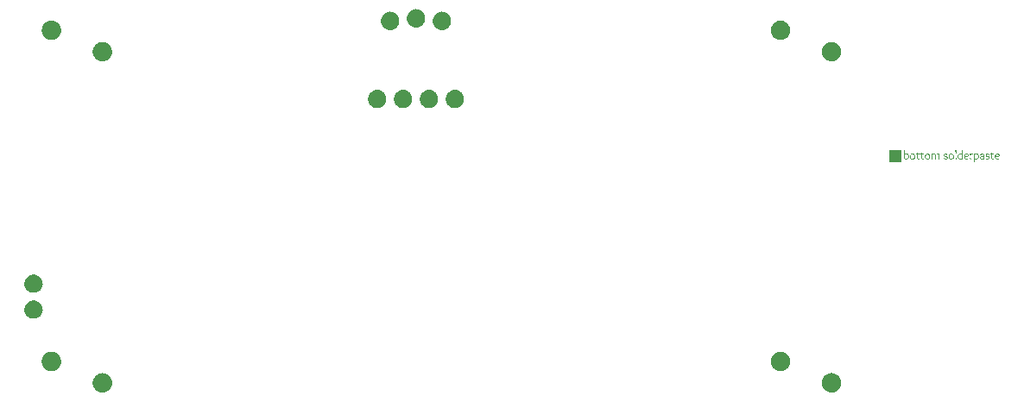
<source format=gbp>
G04                                                      *
G04 Greetings!                                           *
G04 This Gerber was generated by PCBmodE, an open source *
G04 PCB design software. Get it here:                    *
G04                                                      *
G04   http://pcbmode.com                                 *
G04                                                      *
G04 Also visit                                           *
G04                                                      *
G04   http://boldport.com                                *
G04                                                      *
G04 and follow @boldport / @pcbmode for updates!         *
G04                                                      *

G04 leading zeros omitted (L); absolute data (A); 6 integer digits and 6 fractional digits *
%FSLAX66Y66*%

G04 mode (MO): millimeters (MM) *
%MOMM*%

G04 Aperture definitions *
%ADD10C,0.001X*%
%ADD11C,0.001X*%

%LPD*%
G36*
G01X42460000Y-2827000D02*
G01X42460000Y-2827000D01*
G01X42519175Y-2825086D01*
G01X42577328Y-2819422D01*
G01X42634341Y-2810126D01*
G01X42690094Y-2797319D01*
G01X42744470Y-2781117D01*
G01X42797349Y-2761641D01*
G01X42848613Y-2739007D01*
G01X42898143Y-2713335D01*
G01X42945821Y-2684744D01*
G01X42991528Y-2653352D01*
G01X43035146Y-2619278D01*
G01X43076556Y-2582640D01*
G01X43115640Y-2543556D01*
G01X43152278Y-2502146D01*
G01X43186352Y-2458528D01*
G01X43217744Y-2412821D01*
G01X43246335Y-2365143D01*
G01X43272007Y-2315613D01*
G01X43294641Y-2264349D01*
G01X43314117Y-2211470D01*
G01X43330319Y-2157094D01*
G01X43343126Y-2101341D01*
G01X43352422Y-2044328D01*
G01X43358086Y-1986175D01*
G01X43360000Y-1927000D01*
G01X43360000Y-1927000D01*
G01X43360000Y-1927000D01*
G01X43358086Y-1867825D01*
G01X43352422Y-1809672D01*
G01X43343126Y-1752659D01*
G01X43330319Y-1696906D01*
G01X43314117Y-1642530D01*
G01X43294641Y-1589651D01*
G01X43272007Y-1538387D01*
G01X43246335Y-1488857D01*
G01X43217744Y-1441179D01*
G01X43186352Y-1395472D01*
G01X43152278Y-1351854D01*
G01X43115640Y-1310444D01*
G01X43076556Y-1271360D01*
G01X43035146Y-1234722D01*
G01X42991528Y-1200648D01*
G01X42945821Y-1169256D01*
G01X42898143Y-1140665D01*
G01X42848613Y-1114993D01*
G01X42797349Y-1092359D01*
G01X42744470Y-1072883D01*
G01X42690094Y-1056681D01*
G01X42634341Y-1043874D01*
G01X42577328Y-1034578D01*
G01X42519175Y-1028914D01*
G01X42460000Y-1027000D01*
G01X42460000Y-1027000D01*
G01X42460000Y-1027000D01*
G01X42400825Y-1028914D01*
G01X42342672Y-1034578D01*
G01X42285659Y-1043874D01*
G01X42229906Y-1056681D01*
G01X42175530Y-1072883D01*
G01X42122651Y-1092359D01*
G01X42071387Y-1114993D01*
G01X42021857Y-1140665D01*
G01X41974179Y-1169256D01*
G01X41928472Y-1200648D01*
G01X41884854Y-1234722D01*
G01X41843444Y-1271360D01*
G01X41804360Y-1310444D01*
G01X41767722Y-1351854D01*
G01X41733648Y-1395472D01*
G01X41702256Y-1441179D01*
G01X41673665Y-1488857D01*
G01X41647993Y-1538387D01*
G01X41625359Y-1589651D01*
G01X41605883Y-1642530D01*
G01X41589681Y-1696906D01*
G01X41576874Y-1752659D01*
G01X41567578Y-1809672D01*
G01X41561914Y-1867825D01*
G01X41560000Y-1927000D01*
G01X41560000Y-1927000D01*
G01X41560000Y-1927000D01*
G01X41561914Y-1986175D01*
G01X41567578Y-2044328D01*
G01X41576874Y-2101341D01*
G01X41589681Y-2157094D01*
G01X41605883Y-2211470D01*
G01X41625359Y-2264349D01*
G01X41647993Y-2315613D01*
G01X41673665Y-2365143D01*
G01X41702256Y-2412821D01*
G01X41733648Y-2458528D01*
G01X41767722Y-2502146D01*
G01X41804360Y-2543556D01*
G01X41843444Y-2582640D01*
G01X41884854Y-2619278D01*
G01X41928472Y-2653352D01*
G01X41974179Y-2684744D01*
G01X42021857Y-2713335D01*
G01X42071387Y-2739007D01*
G01X42122651Y-2761641D01*
G01X42175530Y-2781117D01*
G01X42229906Y-2797319D01*
G01X42285659Y-2810126D01*
G01X42342672Y-2819422D01*
G01X42400825Y-2825086D01*
G01X42460000Y-2827000D01*
G01X42460000Y-2827000D01*
G37*
G36*
G01X47540000Y-2827000D02*
G01X47540000Y-2827000D01*
G01X47599175Y-2825086D01*
G01X47657328Y-2819422D01*
G01X47714341Y-2810126D01*
G01X47770094Y-2797319D01*
G01X47824470Y-2781117D01*
G01X47877349Y-2761641D01*
G01X47928613Y-2739007D01*
G01X47978143Y-2713335D01*
G01X48025821Y-2684744D01*
G01X48071528Y-2653352D01*
G01X48115146Y-2619278D01*
G01X48156556Y-2582640D01*
G01X48195640Y-2543556D01*
G01X48232278Y-2502146D01*
G01X48266352Y-2458528D01*
G01X48297744Y-2412821D01*
G01X48326335Y-2365143D01*
G01X48352007Y-2315613D01*
G01X48374641Y-2264349D01*
G01X48394117Y-2211470D01*
G01X48410319Y-2157094D01*
G01X48423126Y-2101341D01*
G01X48432422Y-2044328D01*
G01X48438086Y-1986175D01*
G01X48440000Y-1927000D01*
G01X48440000Y-1927000D01*
G01X48440000Y-1927000D01*
G01X48438086Y-1867825D01*
G01X48432422Y-1809672D01*
G01X48423126Y-1752659D01*
G01X48410319Y-1696906D01*
G01X48394117Y-1642530D01*
G01X48374641Y-1589651D01*
G01X48352007Y-1538387D01*
G01X48326335Y-1488857D01*
G01X48297744Y-1441179D01*
G01X48266352Y-1395472D01*
G01X48232278Y-1351854D01*
G01X48195640Y-1310444D01*
G01X48156556Y-1271360D01*
G01X48115146Y-1234722D01*
G01X48071528Y-1200648D01*
G01X48025821Y-1169256D01*
G01X47978143Y-1140665D01*
G01X47928613Y-1114993D01*
G01X47877349Y-1092359D01*
G01X47824470Y-1072883D01*
G01X47770094Y-1056681D01*
G01X47714341Y-1043874D01*
G01X47657328Y-1034578D01*
G01X47599175Y-1028914D01*
G01X47540000Y-1027000D01*
G01X47540000Y-1027000D01*
G01X47540000Y-1027000D01*
G01X47480825Y-1028914D01*
G01X47422672Y-1034578D01*
G01X47365659Y-1043874D01*
G01X47309906Y-1056681D01*
G01X47255530Y-1072883D01*
G01X47202651Y-1092359D01*
G01X47151387Y-1114993D01*
G01X47101857Y-1140665D01*
G01X47054179Y-1169256D01*
G01X47008472Y-1200648D01*
G01X46964854Y-1234722D01*
G01X46923444Y-1271360D01*
G01X46884360Y-1310444D01*
G01X46847722Y-1351854D01*
G01X46813648Y-1395472D01*
G01X46782256Y-1441179D01*
G01X46753665Y-1488857D01*
G01X46727993Y-1538387D01*
G01X46705359Y-1589651D01*
G01X46685883Y-1642530D01*
G01X46669681Y-1696906D01*
G01X46656874Y-1752659D01*
G01X46647578Y-1809672D01*
G01X46641914Y-1867825D01*
G01X46640000Y-1927000D01*
G01X46640000Y-1927000D01*
G01X46640000Y-1927000D01*
G01X46641914Y-1986175D01*
G01X46647578Y-2044328D01*
G01X46656874Y-2101341D01*
G01X46669681Y-2157094D01*
G01X46685883Y-2211470D01*
G01X46705359Y-2264349D01*
G01X46727993Y-2315613D01*
G01X46753665Y-2365143D01*
G01X46782256Y-2412821D01*
G01X46813648Y-2458528D01*
G01X46847722Y-2502146D01*
G01X46884360Y-2543556D01*
G01X46923444Y-2582640D01*
G01X46964854Y-2619278D01*
G01X47008472Y-2653352D01*
G01X47054179Y-2684744D01*
G01X47101857Y-2713335D01*
G01X47151387Y-2739007D01*
G01X47202651Y-2761641D01*
G01X47255530Y-2781117D01*
G01X47309906Y-2797319D01*
G01X47365659Y-2810126D01*
G01X47422672Y-2819422D01*
G01X47480825Y-2825086D01*
G01X47540000Y-2827000D01*
G01X47540000Y-2827000D01*
G37*
G36*
G01X45000000Y-2573000D02*
G01X45000000Y-2573000D01*
G01X45059175Y-2571086D01*
G01X45117328Y-2565422D01*
G01X45174341Y-2556126D01*
G01X45230094Y-2543319D01*
G01X45284470Y-2527117D01*
G01X45337349Y-2507641D01*
G01X45388613Y-2485007D01*
G01X45438143Y-2459335D01*
G01X45485821Y-2430744D01*
G01X45531528Y-2399352D01*
G01X45575146Y-2365278D01*
G01X45616556Y-2328640D01*
G01X45655640Y-2289556D01*
G01X45692278Y-2248146D01*
G01X45726352Y-2204528D01*
G01X45757744Y-2158821D01*
G01X45786335Y-2111143D01*
G01X45812007Y-2061613D01*
G01X45834641Y-2010349D01*
G01X45854117Y-1957470D01*
G01X45870319Y-1903094D01*
G01X45883126Y-1847341D01*
G01X45892422Y-1790328D01*
G01X45898086Y-1732175D01*
G01X45900000Y-1673000D01*
G01X45900000Y-1673000D01*
G01X45900000Y-1673000D01*
G01X45898086Y-1613825D01*
G01X45892422Y-1555672D01*
G01X45883126Y-1498659D01*
G01X45870319Y-1442906D01*
G01X45854117Y-1388530D01*
G01X45834641Y-1335651D01*
G01X45812007Y-1284387D01*
G01X45786335Y-1234857D01*
G01X45757744Y-1187179D01*
G01X45726352Y-1141472D01*
G01X45692278Y-1097854D01*
G01X45655640Y-1056444D01*
G01X45616556Y-1017360D01*
G01X45575146Y-0980722D01*
G01X45531528Y-0946648D01*
G01X45485821Y-0915256D01*
G01X45438143Y-0886665D01*
G01X45388613Y-0860993D01*
G01X45337349Y-0838359D01*
G01X45284470Y-0818883D01*
G01X45230094Y-0802681D01*
G01X45174341Y-0789874D01*
G01X45117328Y-0780578D01*
G01X45059175Y-0774914D01*
G01X45000000Y-0773000D01*
G01X45000000Y-0773000D01*
G01X45000000Y-0773000D01*
G01X44940825Y-0774914D01*
G01X44882672Y-0780578D01*
G01X44825659Y-0789874D01*
G01X44769906Y-0802681D01*
G01X44715530Y-0818883D01*
G01X44662651Y-0838359D01*
G01X44611387Y-0860993D01*
G01X44561857Y-0886665D01*
G01X44514179Y-0915256D01*
G01X44468472Y-0946648D01*
G01X44424854Y-0980722D01*
G01X44383444Y-1017360D01*
G01X44344360Y-1056444D01*
G01X44307722Y-1097854D01*
G01X44273648Y-1141472D01*
G01X44242256Y-1187179D01*
G01X44213665Y-1234857D01*
G01X44187993Y-1284387D01*
G01X44165359Y-1335651D01*
G01X44145883Y-1388530D01*
G01X44129681Y-1442906D01*
G01X44116874Y-1498659D01*
G01X44107578Y-1555672D01*
G01X44101914Y-1613825D01*
G01X44100000Y-1673000D01*
G01X44100000Y-1673000D01*
G01X44100000Y-1673000D01*
G01X44101914Y-1732175D01*
G01X44107578Y-1790328D01*
G01X44116874Y-1847341D01*
G01X44129681Y-1903094D01*
G01X44145883Y-1957470D01*
G01X44165359Y-2010349D01*
G01X44187993Y-2061613D01*
G01X44213665Y-2111143D01*
G01X44242256Y-2158821D01*
G01X44273648Y-2204528D01*
G01X44307722Y-2248146D01*
G01X44344360Y-2289556D01*
G01X44383444Y-2328640D01*
G01X44424854Y-2365278D01*
G01X44468472Y-2399352D01*
G01X44514179Y-2430744D01*
G01X44561857Y-2459335D01*
G01X44611387Y-2485007D01*
G01X44662651Y-2507641D01*
G01X44715530Y-2527117D01*
G01X44769906Y-2543319D01*
G01X44825659Y-2556126D01*
G01X44882672Y-2565422D01*
G01X44940825Y-2571086D01*
G01X45000000Y-2573000D01*
G01X45000000Y-2573000D01*
G37*
G36*
G01X7500000Y-31170000D02*
G01X7500000Y-31170000D01*
G01X7440825Y-31168086D01*
G01X7382672Y-31162422D01*
G01X7325659Y-31153126D01*
G01X7269906Y-31140319D01*
G01X7215530Y-31124117D01*
G01X7162651Y-31104641D01*
G01X7111387Y-31082007D01*
G01X7061857Y-31056335D01*
G01X7014179Y-31027744D01*
G01X6968472Y-30996352D01*
G01X6924854Y-30962278D01*
G01X6883444Y-30925640D01*
G01X6844360Y-30886556D01*
G01X6807722Y-30845146D01*
G01X6773648Y-30801528D01*
G01X6742256Y-30755821D01*
G01X6713665Y-30708143D01*
G01X6687993Y-30658613D01*
G01X6665359Y-30607349D01*
G01X6645883Y-30554470D01*
G01X6629681Y-30500094D01*
G01X6616874Y-30444341D01*
G01X6607578Y-30387328D01*
G01X6601914Y-30329175D01*
G01X6600000Y-30270000D01*
G01X6600000Y-30270000D01*
G01X6600000Y-30270000D01*
G01X6601914Y-30210825D01*
G01X6607578Y-30152672D01*
G01X6616874Y-30095659D01*
G01X6629681Y-30039906D01*
G01X6645883Y-29985530D01*
G01X6665359Y-29932651D01*
G01X6687993Y-29881387D01*
G01X6713665Y-29831857D01*
G01X6742256Y-29784179D01*
G01X6773648Y-29738472D01*
G01X6807722Y-29694854D01*
G01X6844360Y-29653444D01*
G01X6883444Y-29614360D01*
G01X6924854Y-29577722D01*
G01X6968472Y-29543648D01*
G01X7014179Y-29512256D01*
G01X7061857Y-29483665D01*
G01X7111387Y-29457993D01*
G01X7162651Y-29435359D01*
G01X7215530Y-29415883D01*
G01X7269906Y-29399681D01*
G01X7325659Y-29386874D01*
G01X7382672Y-29377578D01*
G01X7440825Y-29371914D01*
G01X7500000Y-29370000D01*
G01X7500000Y-29370000D01*
G01X7500000Y-29370000D01*
G01X7559175Y-29371914D01*
G01X7617328Y-29377578D01*
G01X7674341Y-29386874D01*
G01X7730094Y-29399681D01*
G01X7784470Y-29415883D01*
G01X7837349Y-29435359D01*
G01X7888613Y-29457993D01*
G01X7938143Y-29483665D01*
G01X7985821Y-29512256D01*
G01X8031528Y-29543648D01*
G01X8075146Y-29577722D01*
G01X8116556Y-29614360D01*
G01X8155640Y-29653444D01*
G01X8192278Y-29694854D01*
G01X8226352Y-29738472D01*
G01X8257744Y-29784179D01*
G01X8286335Y-29831857D01*
G01X8312007Y-29881387D01*
G01X8334641Y-29932651D01*
G01X8354117Y-29985530D01*
G01X8370319Y-30039906D01*
G01X8383126Y-30095659D01*
G01X8392422Y-30152672D01*
G01X8398086Y-30210825D01*
G01X8400000Y-30270000D01*
G01X8400000Y-30270000D01*
G01X8400000Y-30270000D01*
G01X8398086Y-30329175D01*
G01X8392422Y-30387328D01*
G01X8383126Y-30444341D01*
G01X8370319Y-30500094D01*
G01X8354117Y-30554470D01*
G01X8334641Y-30607349D01*
G01X8312007Y-30658613D01*
G01X8286335Y-30708143D01*
G01X8257744Y-30755821D01*
G01X8226352Y-30801528D01*
G01X8192278Y-30845146D01*
G01X8155640Y-30886556D01*
G01X8116556Y-30925640D01*
G01X8075146Y-30962278D01*
G01X8031528Y-30996352D01*
G01X7985821Y-31027744D01*
G01X7938143Y-31056335D01*
G01X7888613Y-31082007D01*
G01X7837349Y-31104641D01*
G01X7784470Y-31124117D01*
G01X7730094Y-31140319D01*
G01X7674341Y-31153126D01*
G01X7617328Y-31162422D01*
G01X7559175Y-31168086D01*
G01X7500000Y-31170000D01*
G01X7500000Y-31170000D01*
G37*
G36*
G01X7500000Y-28630000D02*
G01X7500000Y-28630000D01*
G01X7440825Y-28628086D01*
G01X7382672Y-28622422D01*
G01X7325659Y-28613126D01*
G01X7269906Y-28600319D01*
G01X7215530Y-28584117D01*
G01X7162651Y-28564641D01*
G01X7111387Y-28542007D01*
G01X7061857Y-28516335D01*
G01X7014179Y-28487744D01*
G01X6968472Y-28456352D01*
G01X6924854Y-28422278D01*
G01X6883444Y-28385640D01*
G01X6844360Y-28346556D01*
G01X6807722Y-28305146D01*
G01X6773648Y-28261528D01*
G01X6742256Y-28215821D01*
G01X6713665Y-28168143D01*
G01X6687993Y-28118613D01*
G01X6665359Y-28067349D01*
G01X6645883Y-28014470D01*
G01X6629681Y-27960094D01*
G01X6616874Y-27904341D01*
G01X6607578Y-27847328D01*
G01X6601914Y-27789175D01*
G01X6600000Y-27730000D01*
G01X6600000Y-27730000D01*
G01X6600000Y-27730000D01*
G01X6601914Y-27670825D01*
G01X6607578Y-27612672D01*
G01X6616874Y-27555659D01*
G01X6629681Y-27499906D01*
G01X6645883Y-27445530D01*
G01X6665359Y-27392651D01*
G01X6687993Y-27341387D01*
G01X6713665Y-27291857D01*
G01X6742256Y-27244179D01*
G01X6773648Y-27198472D01*
G01X6807722Y-27154854D01*
G01X6844360Y-27113444D01*
G01X6883444Y-27074360D01*
G01X6924854Y-27037722D01*
G01X6968472Y-27003648D01*
G01X7014179Y-26972256D01*
G01X7061857Y-26943665D01*
G01X7111387Y-26917993D01*
G01X7162651Y-26895359D01*
G01X7215530Y-26875883D01*
G01X7269906Y-26859681D01*
G01X7325659Y-26846874D01*
G01X7382672Y-26837578D01*
G01X7440825Y-26831914D01*
G01X7500000Y-26830000D01*
G01X7500000Y-26830000D01*
G01X7500000Y-26830000D01*
G01X7559175Y-26831914D01*
G01X7617328Y-26837578D01*
G01X7674341Y-26846874D01*
G01X7730094Y-26859681D01*
G01X7784470Y-26875883D01*
G01X7837349Y-26895359D01*
G01X7888613Y-26917993D01*
G01X7938143Y-26943665D01*
G01X7985821Y-26972256D01*
G01X8031528Y-27003648D01*
G01X8075146Y-27037722D01*
G01X8116556Y-27074360D01*
G01X8155640Y-27113444D01*
G01X8192278Y-27154854D01*
G01X8226352Y-27198472D01*
G01X8257744Y-27244179D01*
G01X8286335Y-27291857D01*
G01X8312007Y-27341387D01*
G01X8334641Y-27392651D01*
G01X8354117Y-27445530D01*
G01X8370319Y-27499906D01*
G01X8383126Y-27555659D01*
G01X8392422Y-27612672D01*
G01X8398086Y-27670825D01*
G01X8400000Y-27730000D01*
G01X8400000Y-27730000D01*
G01X8400000Y-27730000D01*
G01X8398086Y-27789175D01*
G01X8392422Y-27847328D01*
G01X8383126Y-27904341D01*
G01X8370319Y-27960094D01*
G01X8354117Y-28014470D01*
G01X8334641Y-28067349D01*
G01X8312007Y-28118613D01*
G01X8286335Y-28168143D01*
G01X8257744Y-28215821D01*
G01X8226352Y-28261528D01*
G01X8192278Y-28305146D01*
G01X8155640Y-28346556D01*
G01X8116556Y-28385640D01*
G01X8075146Y-28422278D01*
G01X8031528Y-28456352D01*
G01X7985821Y-28487744D01*
G01X7938143Y-28516335D01*
G01X7888613Y-28542007D01*
G01X7837349Y-28564641D01*
G01X7784470Y-28584117D01*
G01X7730094Y-28600319D01*
G01X7674341Y-28613126D01*
G01X7617328Y-28622422D01*
G01X7559175Y-28628086D01*
G01X7500000Y-28630000D01*
G01X7500000Y-28630000D01*
G37*
G36*
G01X80750000Y-36300000D02*
G01X80750000Y-36300000D01*
G01X80812463Y-36297979D01*
G01X80873847Y-36292001D01*
G01X80934027Y-36282189D01*
G01X80992877Y-36268670D01*
G01X81050273Y-36251568D01*
G01X81106090Y-36231010D01*
G01X81160202Y-36207119D01*
G01X81212484Y-36180021D01*
G01X81262811Y-36149841D01*
G01X81311058Y-36116705D01*
G01X81357099Y-36080738D01*
G01X81400809Y-36042064D01*
G01X81442064Y-36000809D01*
G01X81480738Y-35957099D01*
G01X81516705Y-35911058D01*
G01X81549841Y-35862811D01*
G01X81580021Y-35812484D01*
G01X81607119Y-35760202D01*
G01X81631010Y-35706090D01*
G01X81651568Y-35650273D01*
G01X81668670Y-35592877D01*
G01X81682189Y-35534027D01*
G01X81692001Y-35473847D01*
G01X81697979Y-35412463D01*
G01X81700000Y-35350000D01*
G01X81700000Y-35350000D01*
G01X81700000Y-35350000D01*
G01X81697979Y-35287537D01*
G01X81692001Y-35226153D01*
G01X81682189Y-35165973D01*
G01X81668670Y-35107123D01*
G01X81651568Y-35049727D01*
G01X81631010Y-34993910D01*
G01X81607119Y-34939798D01*
G01X81580021Y-34887516D01*
G01X81549841Y-34837189D01*
G01X81516705Y-34788942D01*
G01X81480738Y-34742901D01*
G01X81442064Y-34699191D01*
G01X81400809Y-34657936D01*
G01X81357099Y-34619262D01*
G01X81311058Y-34583295D01*
G01X81262811Y-34550159D01*
G01X81212484Y-34519979D01*
G01X81160202Y-34492881D01*
G01X81106090Y-34468990D01*
G01X81050273Y-34448432D01*
G01X80992877Y-34431330D01*
G01X80934027Y-34417811D01*
G01X80873847Y-34407999D01*
G01X80812463Y-34402021D01*
G01X80750000Y-34400000D01*
G01X80750000Y-34400000D01*
G01X80750000Y-34400000D01*
G01X80687537Y-34402021D01*
G01X80626153Y-34407999D01*
G01X80565973Y-34417811D01*
G01X80507123Y-34431330D01*
G01X80449727Y-34448432D01*
G01X80393910Y-34468990D01*
G01X80339798Y-34492881D01*
G01X80287516Y-34519979D01*
G01X80237189Y-34550159D01*
G01X80188942Y-34583295D01*
G01X80142901Y-34619262D01*
G01X80099191Y-34657936D01*
G01X80057936Y-34699191D01*
G01X80019262Y-34742901D01*
G01X79983295Y-34788942D01*
G01X79950159Y-34837189D01*
G01X79919979Y-34887516D01*
G01X79892881Y-34939798D01*
G01X79868990Y-34993910D01*
G01X79848432Y-35049727D01*
G01X79831330Y-35107123D01*
G01X79817811Y-35165973D01*
G01X79807999Y-35226153D01*
G01X79802021Y-35287537D01*
G01X79800000Y-35350000D01*
G01X79800000Y-35350000D01*
G01X79800000Y-35350000D01*
G01X79802021Y-35412463D01*
G01X79807999Y-35473847D01*
G01X79817811Y-35534027D01*
G01X79831330Y-35592877D01*
G01X79848432Y-35650273D01*
G01X79868990Y-35706090D01*
G01X79892881Y-35760202D01*
G01X79919979Y-35812484D01*
G01X79950159Y-35862811D01*
G01X79983295Y-35911058D01*
G01X80019262Y-35957099D01*
G01X80057936Y-36000809D01*
G01X80099191Y-36042064D01*
G01X80142901Y-36080738D01*
G01X80188942Y-36116705D01*
G01X80237189Y-36149841D01*
G01X80287516Y-36180021D01*
G01X80339798Y-36207119D01*
G01X80393910Y-36231010D01*
G01X80449727Y-36251568D01*
G01X80507123Y-36268670D01*
G01X80565973Y-36282189D01*
G01X80626153Y-36292001D01*
G01X80687537Y-36297979D01*
G01X80750000Y-36300000D01*
G01X80750000Y-36300000D01*
G37*
G36*
G01X85750000Y-38400000D02*
G01X85750000Y-38400000D01*
G01X85812463Y-38397979D01*
G01X85873847Y-38392001D01*
G01X85934027Y-38382189D01*
G01X85992877Y-38368670D01*
G01X86050273Y-38351568D01*
G01X86106090Y-38331010D01*
G01X86160202Y-38307119D01*
G01X86212484Y-38280021D01*
G01X86262811Y-38249841D01*
G01X86311058Y-38216705D01*
G01X86357099Y-38180738D01*
G01X86400809Y-38142064D01*
G01X86442064Y-38100809D01*
G01X86480738Y-38057099D01*
G01X86516705Y-38011058D01*
G01X86549841Y-37962811D01*
G01X86580021Y-37912484D01*
G01X86607119Y-37860202D01*
G01X86631010Y-37806090D01*
G01X86651568Y-37750273D01*
G01X86668670Y-37692877D01*
G01X86682189Y-37634027D01*
G01X86692001Y-37573847D01*
G01X86697979Y-37512463D01*
G01X86700000Y-37450000D01*
G01X86700000Y-37450000D01*
G01X86700000Y-37450000D01*
G01X86697979Y-37387537D01*
G01X86692001Y-37326153D01*
G01X86682189Y-37265973D01*
G01X86668670Y-37207123D01*
G01X86651568Y-37149727D01*
G01X86631010Y-37093910D01*
G01X86607119Y-37039798D01*
G01X86580021Y-36987516D01*
G01X86549841Y-36937189D01*
G01X86516705Y-36888942D01*
G01X86480738Y-36842901D01*
G01X86442064Y-36799191D01*
G01X86400809Y-36757936D01*
G01X86357099Y-36719262D01*
G01X86311058Y-36683295D01*
G01X86262811Y-36650159D01*
G01X86212484Y-36619979D01*
G01X86160202Y-36592881D01*
G01X86106090Y-36568990D01*
G01X86050273Y-36548432D01*
G01X85992877Y-36531330D01*
G01X85934027Y-36517811D01*
G01X85873847Y-36507999D01*
G01X85812463Y-36502021D01*
G01X85750000Y-36500000D01*
G01X85750000Y-36500000D01*
G01X85750000Y-36500000D01*
G01X85687537Y-36502021D01*
G01X85626153Y-36507999D01*
G01X85565973Y-36517811D01*
G01X85507123Y-36531330D01*
G01X85449727Y-36548432D01*
G01X85393910Y-36568990D01*
G01X85339798Y-36592881D01*
G01X85287516Y-36619979D01*
G01X85237189Y-36650159D01*
G01X85188942Y-36683295D01*
G01X85142901Y-36719262D01*
G01X85099191Y-36757936D01*
G01X85057936Y-36799191D01*
G01X85019262Y-36842901D01*
G01X84983295Y-36888942D01*
G01X84950159Y-36937189D01*
G01X84919979Y-36987516D01*
G01X84892881Y-37039798D01*
G01X84868990Y-37093910D01*
G01X84848432Y-37149727D01*
G01X84831330Y-37207123D01*
G01X84817811Y-37265973D01*
G01X84807999Y-37326153D01*
G01X84802021Y-37387537D01*
G01X84800000Y-37450000D01*
G01X84800000Y-37450000D01*
G01X84800000Y-37450000D01*
G01X84802021Y-37512463D01*
G01X84807999Y-37573847D01*
G01X84817811Y-37634027D01*
G01X84831330Y-37692877D01*
G01X84848432Y-37750273D01*
G01X84868990Y-37806090D01*
G01X84892881Y-37860202D01*
G01X84919979Y-37912484D01*
G01X84950159Y-37962811D01*
G01X84983295Y-38011058D01*
G01X85019262Y-38057099D01*
G01X85057936Y-38100809D01*
G01X85099191Y-38142064D01*
G01X85142901Y-38180738D01*
G01X85188942Y-38216705D01*
G01X85237189Y-38249841D01*
G01X85287516Y-38280021D01*
G01X85339798Y-38307119D01*
G01X85393910Y-38331010D01*
G01X85449727Y-38351568D01*
G01X85507123Y-38368670D01*
G01X85565973Y-38382189D01*
G01X85626153Y-38392001D01*
G01X85687537Y-38397979D01*
G01X85750000Y-38400000D01*
G01X85750000Y-38400000D01*
G37*
G36*
G01X9250000Y-3800000D02*
G01X9250000Y-3800000D01*
G01X9312463Y-3797979D01*
G01X9373847Y-3792001D01*
G01X9434027Y-3782189D01*
G01X9492877Y-3768670D01*
G01X9550273Y-3751568D01*
G01X9606090Y-3731010D01*
G01X9660202Y-3707119D01*
G01X9712484Y-3680021D01*
G01X9762811Y-3649841D01*
G01X9811058Y-3616705D01*
G01X9857099Y-3580738D01*
G01X9900809Y-3542064D01*
G01X9942064Y-3500809D01*
G01X9980738Y-3457099D01*
G01X10016705Y-3411058D01*
G01X10049841Y-3362811D01*
G01X10080021Y-3312484D01*
G01X10107119Y-3260202D01*
G01X10131010Y-3206090D01*
G01X10151568Y-3150273D01*
G01X10168670Y-3092877D01*
G01X10182189Y-3034027D01*
G01X10192001Y-2973847D01*
G01X10197979Y-2912463D01*
G01X10200000Y-2850000D01*
G01X10200000Y-2850000D01*
G01X10200000Y-2850000D01*
G01X10197979Y-2787537D01*
G01X10192001Y-2726153D01*
G01X10182189Y-2665973D01*
G01X10168670Y-2607123D01*
G01X10151568Y-2549727D01*
G01X10131010Y-2493910D01*
G01X10107119Y-2439798D01*
G01X10080021Y-2387516D01*
G01X10049841Y-2337189D01*
G01X10016705Y-2288942D01*
G01X9980738Y-2242901D01*
G01X9942064Y-2199191D01*
G01X9900809Y-2157936D01*
G01X9857099Y-2119262D01*
G01X9811058Y-2083295D01*
G01X9762811Y-2050159D01*
G01X9712484Y-2019979D01*
G01X9660202Y-1992881D01*
G01X9606090Y-1968990D01*
G01X9550273Y-1948432D01*
G01X9492877Y-1931330D01*
G01X9434027Y-1917811D01*
G01X9373847Y-1907999D01*
G01X9312463Y-1902021D01*
G01X9250000Y-1900000D01*
G01X9250000Y-1900000D01*
G01X9250000Y-1900000D01*
G01X9187537Y-1902021D01*
G01X9126153Y-1907999D01*
G01X9065973Y-1917811D01*
G01X9007123Y-1931330D01*
G01X8949727Y-1948432D01*
G01X8893910Y-1968990D01*
G01X8839798Y-1992881D01*
G01X8787516Y-2019979D01*
G01X8737189Y-2050159D01*
G01X8688942Y-2083295D01*
G01X8642901Y-2119262D01*
G01X8599191Y-2157936D01*
G01X8557936Y-2199191D01*
G01X8519262Y-2242901D01*
G01X8483295Y-2288942D01*
G01X8450159Y-2337189D01*
G01X8419979Y-2387516D01*
G01X8392881Y-2439798D01*
G01X8368990Y-2493910D01*
G01X8348432Y-2549727D01*
G01X8331330Y-2607123D01*
G01X8317811Y-2665973D01*
G01X8307999Y-2726153D01*
G01X8302021Y-2787537D01*
G01X8300000Y-2850000D01*
G01X8300000Y-2850000D01*
G01X8300000Y-2850000D01*
G01X8302021Y-2912463D01*
G01X8307999Y-2973847D01*
G01X8317811Y-3034027D01*
G01X8331330Y-3092877D01*
G01X8348432Y-3150273D01*
G01X8368990Y-3206090D01*
G01X8392881Y-3260202D01*
G01X8419979Y-3312484D01*
G01X8450159Y-3362811D01*
G01X8483295Y-3411058D01*
G01X8519262Y-3457099D01*
G01X8557936Y-3500809D01*
G01X8599191Y-3542064D01*
G01X8642901Y-3580738D01*
G01X8688942Y-3616705D01*
G01X8737189Y-3649841D01*
G01X8787516Y-3680021D01*
G01X8839798Y-3707119D01*
G01X8893910Y-3731010D01*
G01X8949727Y-3751568D01*
G01X9007123Y-3768670D01*
G01X9065973Y-3782189D01*
G01X9126153Y-3792001D01*
G01X9187537Y-3797979D01*
G01X9250000Y-3800000D01*
G01X9250000Y-3800000D01*
G37*
G36*
G01X14250000Y-5900000D02*
G01X14250000Y-5900000D01*
G01X14312463Y-5897979D01*
G01X14373847Y-5892001D01*
G01X14434027Y-5882189D01*
G01X14492877Y-5868670D01*
G01X14550273Y-5851568D01*
G01X14606090Y-5831010D01*
G01X14660202Y-5807119D01*
G01X14712484Y-5780021D01*
G01X14762811Y-5749841D01*
G01X14811058Y-5716705D01*
G01X14857099Y-5680738D01*
G01X14900809Y-5642064D01*
G01X14942064Y-5600809D01*
G01X14980738Y-5557099D01*
G01X15016705Y-5511058D01*
G01X15049841Y-5462811D01*
G01X15080021Y-5412484D01*
G01X15107119Y-5360202D01*
G01X15131010Y-5306090D01*
G01X15151568Y-5250273D01*
G01X15168670Y-5192877D01*
G01X15182189Y-5134027D01*
G01X15192001Y-5073847D01*
G01X15197979Y-5012463D01*
G01X15200000Y-4950000D01*
G01X15200000Y-4950000D01*
G01X15200000Y-4950000D01*
G01X15197979Y-4887537D01*
G01X15192001Y-4826153D01*
G01X15182189Y-4765973D01*
G01X15168670Y-4707123D01*
G01X15151568Y-4649727D01*
G01X15131010Y-4593910D01*
G01X15107119Y-4539798D01*
G01X15080021Y-4487516D01*
G01X15049841Y-4437189D01*
G01X15016705Y-4388942D01*
G01X14980738Y-4342901D01*
G01X14942064Y-4299191D01*
G01X14900809Y-4257936D01*
G01X14857099Y-4219262D01*
G01X14811058Y-4183295D01*
G01X14762811Y-4150159D01*
G01X14712484Y-4119979D01*
G01X14660202Y-4092881D01*
G01X14606090Y-4068990D01*
G01X14550273Y-4048432D01*
G01X14492877Y-4031330D01*
G01X14434027Y-4017811D01*
G01X14373847Y-4007999D01*
G01X14312463Y-4002021D01*
G01X14250000Y-4000000D01*
G01X14250000Y-4000000D01*
G01X14250000Y-4000000D01*
G01X14187537Y-4002021D01*
G01X14126153Y-4007999D01*
G01X14065973Y-4017811D01*
G01X14007123Y-4031330D01*
G01X13949727Y-4048432D01*
G01X13893910Y-4068990D01*
G01X13839798Y-4092881D01*
G01X13787516Y-4119979D01*
G01X13737189Y-4150159D01*
G01X13688942Y-4183295D01*
G01X13642901Y-4219262D01*
G01X13599191Y-4257936D01*
G01X13557936Y-4299191D01*
G01X13519262Y-4342901D01*
G01X13483295Y-4388942D01*
G01X13450159Y-4437189D01*
G01X13419979Y-4487516D01*
G01X13392881Y-4539798D01*
G01X13368990Y-4593910D01*
G01X13348432Y-4649727D01*
G01X13331330Y-4707123D01*
G01X13317811Y-4765973D01*
G01X13307999Y-4826153D01*
G01X13302021Y-4887537D01*
G01X13300000Y-4950000D01*
G01X13300000Y-4950000D01*
G01X13300000Y-4950000D01*
G01X13302021Y-5012463D01*
G01X13307999Y-5073847D01*
G01X13317811Y-5134027D01*
G01X13331330Y-5192877D01*
G01X13348432Y-5250273D01*
G01X13368990Y-5306090D01*
G01X13392881Y-5360202D01*
G01X13419979Y-5412484D01*
G01X13450159Y-5462811D01*
G01X13483295Y-5511058D01*
G01X13519262Y-5557099D01*
G01X13557936Y-5600809D01*
G01X13599191Y-5642064D01*
G01X13642901Y-5680738D01*
G01X13688942Y-5716705D01*
G01X13737189Y-5749841D01*
G01X13787516Y-5780021D01*
G01X13839798Y-5807119D01*
G01X13893910Y-5831010D01*
G01X13949727Y-5851568D01*
G01X14007123Y-5868670D01*
G01X14065973Y-5882189D01*
G01X14126153Y-5892001D01*
G01X14187537Y-5897979D01*
G01X14250000Y-5900000D01*
G01X14250000Y-5900000D01*
G37*
G36*
G01X9250000Y-36300000D02*
G01X9250000Y-36300000D01*
G01X9312463Y-36297979D01*
G01X9373847Y-36292001D01*
G01X9434027Y-36282189D01*
G01X9492877Y-36268670D01*
G01X9550273Y-36251568D01*
G01X9606090Y-36231010D01*
G01X9660202Y-36207119D01*
G01X9712484Y-36180021D01*
G01X9762811Y-36149841D01*
G01X9811058Y-36116705D01*
G01X9857099Y-36080738D01*
G01X9900809Y-36042064D01*
G01X9942064Y-36000809D01*
G01X9980738Y-35957099D01*
G01X10016705Y-35911058D01*
G01X10049841Y-35862811D01*
G01X10080021Y-35812484D01*
G01X10107119Y-35760202D01*
G01X10131010Y-35706090D01*
G01X10151568Y-35650273D01*
G01X10168670Y-35592877D01*
G01X10182189Y-35534027D01*
G01X10192001Y-35473847D01*
G01X10197979Y-35412463D01*
G01X10200000Y-35350000D01*
G01X10200000Y-35350000D01*
G01X10200000Y-35350000D01*
G01X10197979Y-35287537D01*
G01X10192001Y-35226153D01*
G01X10182189Y-35165973D01*
G01X10168670Y-35107123D01*
G01X10151568Y-35049727D01*
G01X10131010Y-34993910D01*
G01X10107119Y-34939798D01*
G01X10080021Y-34887516D01*
G01X10049841Y-34837189D01*
G01X10016705Y-34788942D01*
G01X9980738Y-34742901D01*
G01X9942064Y-34699191D01*
G01X9900809Y-34657936D01*
G01X9857099Y-34619262D01*
G01X9811058Y-34583295D01*
G01X9762811Y-34550159D01*
G01X9712484Y-34519979D01*
G01X9660202Y-34492881D01*
G01X9606090Y-34468990D01*
G01X9550273Y-34448432D01*
G01X9492877Y-34431330D01*
G01X9434027Y-34417811D01*
G01X9373847Y-34407999D01*
G01X9312463Y-34402021D01*
G01X9250000Y-34400000D01*
G01X9250000Y-34400000D01*
G01X9250000Y-34400000D01*
G01X9187537Y-34402021D01*
G01X9126153Y-34407999D01*
G01X9065973Y-34417811D01*
G01X9007123Y-34431330D01*
G01X8949727Y-34448432D01*
G01X8893910Y-34468990D01*
G01X8839798Y-34492881D01*
G01X8787516Y-34519979D01*
G01X8737189Y-34550159D01*
G01X8688942Y-34583295D01*
G01X8642901Y-34619262D01*
G01X8599191Y-34657936D01*
G01X8557936Y-34699191D01*
G01X8519262Y-34742901D01*
G01X8483295Y-34788942D01*
G01X8450159Y-34837189D01*
G01X8419979Y-34887516D01*
G01X8392881Y-34939798D01*
G01X8368990Y-34993910D01*
G01X8348432Y-35049727D01*
G01X8331330Y-35107123D01*
G01X8317811Y-35165973D01*
G01X8307999Y-35226153D01*
G01X8302021Y-35287537D01*
G01X8300000Y-35350000D01*
G01X8300000Y-35350000D01*
G01X8300000Y-35350000D01*
G01X8302021Y-35412463D01*
G01X8307999Y-35473847D01*
G01X8317811Y-35534027D01*
G01X8331330Y-35592877D01*
G01X8348432Y-35650273D01*
G01X8368990Y-35706090D01*
G01X8392881Y-35760202D01*
G01X8419979Y-35812484D01*
G01X8450159Y-35862811D01*
G01X8483295Y-35911058D01*
G01X8519262Y-35957099D01*
G01X8557936Y-36000809D01*
G01X8599191Y-36042064D01*
G01X8642901Y-36080738D01*
G01X8688942Y-36116705D01*
G01X8737189Y-36149841D01*
G01X8787516Y-36180021D01*
G01X8839798Y-36207119D01*
G01X8893910Y-36231010D01*
G01X8949727Y-36251568D01*
G01X9007123Y-36268670D01*
G01X9065973Y-36282189D01*
G01X9126153Y-36292001D01*
G01X9187537Y-36297979D01*
G01X9250000Y-36300000D01*
G01X9250000Y-36300000D01*
G37*
G36*
G01X14250000Y-38400000D02*
G01X14250000Y-38400000D01*
G01X14312463Y-38397979D01*
G01X14373847Y-38392001D01*
G01X14434027Y-38382189D01*
G01X14492877Y-38368670D01*
G01X14550273Y-38351568D01*
G01X14606090Y-38331010D01*
G01X14660202Y-38307119D01*
G01X14712484Y-38280021D01*
G01X14762811Y-38249841D01*
G01X14811058Y-38216705D01*
G01X14857099Y-38180738D01*
G01X14900809Y-38142064D01*
G01X14942064Y-38100809D01*
G01X14980738Y-38057099D01*
G01X15016705Y-38011058D01*
G01X15049841Y-37962811D01*
G01X15080021Y-37912484D01*
G01X15107119Y-37860202D01*
G01X15131010Y-37806090D01*
G01X15151568Y-37750273D01*
G01X15168670Y-37692877D01*
G01X15182189Y-37634027D01*
G01X15192001Y-37573847D01*
G01X15197979Y-37512463D01*
G01X15200000Y-37450000D01*
G01X15200000Y-37450000D01*
G01X15200000Y-37450000D01*
G01X15197979Y-37387537D01*
G01X15192001Y-37326153D01*
G01X15182189Y-37265973D01*
G01X15168670Y-37207123D01*
G01X15151568Y-37149727D01*
G01X15131010Y-37093910D01*
G01X15107119Y-37039798D01*
G01X15080021Y-36987516D01*
G01X15049841Y-36937189D01*
G01X15016705Y-36888942D01*
G01X14980738Y-36842901D01*
G01X14942064Y-36799191D01*
G01X14900809Y-36757936D01*
G01X14857099Y-36719262D01*
G01X14811058Y-36683295D01*
G01X14762811Y-36650159D01*
G01X14712484Y-36619979D01*
G01X14660202Y-36592881D01*
G01X14606090Y-36568990D01*
G01X14550273Y-36548432D01*
G01X14492877Y-36531330D01*
G01X14434027Y-36517811D01*
G01X14373847Y-36507999D01*
G01X14312463Y-36502021D01*
G01X14250000Y-36500000D01*
G01X14250000Y-36500000D01*
G01X14250000Y-36500000D01*
G01X14187537Y-36502021D01*
G01X14126153Y-36507999D01*
G01X14065973Y-36517811D01*
G01X14007123Y-36531330D01*
G01X13949727Y-36548432D01*
G01X13893910Y-36568990D01*
G01X13839798Y-36592881D01*
G01X13787516Y-36619979D01*
G01X13737189Y-36650159D01*
G01X13688942Y-36683295D01*
G01X13642901Y-36719262D01*
G01X13599191Y-36757936D01*
G01X13557936Y-36799191D01*
G01X13519262Y-36842901D01*
G01X13483295Y-36888942D01*
G01X13450159Y-36937189D01*
G01X13419979Y-36987516D01*
G01X13392881Y-37039798D01*
G01X13368990Y-37093910D01*
G01X13348432Y-37149727D01*
G01X13331330Y-37207123D01*
G01X13317811Y-37265973D01*
G01X13307999Y-37326153D01*
G01X13302021Y-37387537D01*
G01X13300000Y-37450000D01*
G01X13300000Y-37450000D01*
G01X13300000Y-37450000D01*
G01X13302021Y-37512463D01*
G01X13307999Y-37573847D01*
G01X13317811Y-37634027D01*
G01X13331330Y-37692877D01*
G01X13348432Y-37750273D01*
G01X13368990Y-37806090D01*
G01X13392881Y-37860202D01*
G01X13419979Y-37912484D01*
G01X13450159Y-37962811D01*
G01X13483295Y-38011058D01*
G01X13519262Y-38057099D01*
G01X13557936Y-38100809D01*
G01X13599191Y-38142064D01*
G01X13642901Y-38180738D01*
G01X13688942Y-38216705D01*
G01X13737189Y-38249841D01*
G01X13787516Y-38280021D01*
G01X13839798Y-38307119D01*
G01X13893910Y-38331010D01*
G01X13949727Y-38351568D01*
G01X14007123Y-38368670D01*
G01X14065973Y-38382189D01*
G01X14126153Y-38392001D01*
G01X14187537Y-38397979D01*
G01X14250000Y-38400000D01*
G01X14250000Y-38400000D01*
G37*
G36*
G01X41190000Y-10500000D02*
G01X41190000Y-10500000D01*
G01X41249175Y-10498086D01*
G01X41307328Y-10492422D01*
G01X41364341Y-10483126D01*
G01X41420094Y-10470319D01*
G01X41474470Y-10454117D01*
G01X41527349Y-10434641D01*
G01X41578613Y-10412007D01*
G01X41628143Y-10386335D01*
G01X41675821Y-10357744D01*
G01X41721528Y-10326352D01*
G01X41765146Y-10292278D01*
G01X41806556Y-10255640D01*
G01X41845640Y-10216556D01*
G01X41882278Y-10175146D01*
G01X41916352Y-10131528D01*
G01X41947744Y-10085821D01*
G01X41976335Y-10038143D01*
G01X42002007Y-9988613D01*
G01X42024641Y-9937349D01*
G01X42044117Y-9884470D01*
G01X42060319Y-9830094D01*
G01X42073126Y-9774341D01*
G01X42082422Y-9717328D01*
G01X42088086Y-9659175D01*
G01X42090000Y-9600000D01*
G01X42090000Y-9600000D01*
G01X42090000Y-9600000D01*
G01X42088086Y-9540825D01*
G01X42082422Y-9482672D01*
G01X42073126Y-9425659D01*
G01X42060319Y-9369906D01*
G01X42044117Y-9315530D01*
G01X42024641Y-9262651D01*
G01X42002007Y-9211387D01*
G01X41976335Y-9161857D01*
G01X41947744Y-9114179D01*
G01X41916352Y-9068472D01*
G01X41882278Y-9024854D01*
G01X41845640Y-8983444D01*
G01X41806556Y-8944360D01*
G01X41765146Y-8907722D01*
G01X41721528Y-8873648D01*
G01X41675821Y-8842256D01*
G01X41628143Y-8813665D01*
G01X41578613Y-8787993D01*
G01X41527349Y-8765359D01*
G01X41474470Y-8745883D01*
G01X41420094Y-8729681D01*
G01X41364341Y-8716874D01*
G01X41307328Y-8707578D01*
G01X41249175Y-8701914D01*
G01X41190000Y-8700000D01*
G01X41190000Y-8700000D01*
G01X41190000Y-8700000D01*
G01X41130825Y-8701914D01*
G01X41072672Y-8707578D01*
G01X41015659Y-8716874D01*
G01X40959906Y-8729681D01*
G01X40905530Y-8745883D01*
G01X40852651Y-8765359D01*
G01X40801387Y-8787993D01*
G01X40751857Y-8813665D01*
G01X40704179Y-8842256D01*
G01X40658472Y-8873648D01*
G01X40614854Y-8907722D01*
G01X40573444Y-8944360D01*
G01X40534360Y-8983444D01*
G01X40497722Y-9024854D01*
G01X40463648Y-9068472D01*
G01X40432256Y-9114179D01*
G01X40403665Y-9161857D01*
G01X40377993Y-9211387D01*
G01X40355359Y-9262651D01*
G01X40335883Y-9315530D01*
G01X40319681Y-9369906D01*
G01X40306874Y-9425659D01*
G01X40297578Y-9482672D01*
G01X40291914Y-9540825D01*
G01X40290000Y-9600000D01*
G01X40290000Y-9600000D01*
G01X40290000Y-9600000D01*
G01X40291914Y-9659175D01*
G01X40297578Y-9717328D01*
G01X40306874Y-9774341D01*
G01X40319681Y-9830094D01*
G01X40335883Y-9884470D01*
G01X40355359Y-9937349D01*
G01X40377993Y-9988613D01*
G01X40403665Y-10038143D01*
G01X40432256Y-10085821D01*
G01X40463648Y-10131528D01*
G01X40497722Y-10175146D01*
G01X40534360Y-10216556D01*
G01X40573444Y-10255640D01*
G01X40614854Y-10292278D01*
G01X40658472Y-10326352D01*
G01X40704179Y-10357744D01*
G01X40751857Y-10386335D01*
G01X40801387Y-10412007D01*
G01X40852651Y-10434641D01*
G01X40905530Y-10454117D01*
G01X40959906Y-10470319D01*
G01X41015659Y-10483126D01*
G01X41072672Y-10492422D01*
G01X41130825Y-10498086D01*
G01X41190000Y-10500000D01*
G01X41190000Y-10500000D01*
G37*
G36*
G01X46270000Y-10500000D02*
G01X46270000Y-10500000D01*
G01X46329175Y-10498086D01*
G01X46387328Y-10492422D01*
G01X46444341Y-10483126D01*
G01X46500094Y-10470319D01*
G01X46554470Y-10454117D01*
G01X46607349Y-10434641D01*
G01X46658613Y-10412007D01*
G01X46708143Y-10386335D01*
G01X46755821Y-10357744D01*
G01X46801528Y-10326352D01*
G01X46845146Y-10292278D01*
G01X46886556Y-10255640D01*
G01X46925640Y-10216556D01*
G01X46962278Y-10175146D01*
G01X46996352Y-10131528D01*
G01X47027744Y-10085821D01*
G01X47056335Y-10038143D01*
G01X47082007Y-9988613D01*
G01X47104641Y-9937349D01*
G01X47124117Y-9884470D01*
G01X47140319Y-9830094D01*
G01X47153126Y-9774341D01*
G01X47162422Y-9717328D01*
G01X47168086Y-9659175D01*
G01X47170000Y-9600000D01*
G01X47170000Y-9600000D01*
G01X47170000Y-9600000D01*
G01X47168086Y-9540825D01*
G01X47162422Y-9482672D01*
G01X47153126Y-9425659D01*
G01X47140319Y-9369906D01*
G01X47124117Y-9315530D01*
G01X47104641Y-9262651D01*
G01X47082007Y-9211387D01*
G01X47056335Y-9161857D01*
G01X47027744Y-9114179D01*
G01X46996352Y-9068472D01*
G01X46962278Y-9024854D01*
G01X46925640Y-8983444D01*
G01X46886556Y-8944360D01*
G01X46845146Y-8907722D01*
G01X46801528Y-8873648D01*
G01X46755821Y-8842256D01*
G01X46708143Y-8813665D01*
G01X46658613Y-8787993D01*
G01X46607349Y-8765359D01*
G01X46554470Y-8745883D01*
G01X46500094Y-8729681D01*
G01X46444341Y-8716874D01*
G01X46387328Y-8707578D01*
G01X46329175Y-8701914D01*
G01X46270000Y-8700000D01*
G01X46270000Y-8700000D01*
G01X46270000Y-8700000D01*
G01X46210825Y-8701914D01*
G01X46152672Y-8707578D01*
G01X46095659Y-8716874D01*
G01X46039906Y-8729681D01*
G01X45985530Y-8745883D01*
G01X45932651Y-8765359D01*
G01X45881387Y-8787993D01*
G01X45831857Y-8813665D01*
G01X45784179Y-8842256D01*
G01X45738472Y-8873648D01*
G01X45694854Y-8907722D01*
G01X45653444Y-8944360D01*
G01X45614360Y-8983444D01*
G01X45577722Y-9024854D01*
G01X45543648Y-9068472D01*
G01X45512256Y-9114179D01*
G01X45483665Y-9161857D01*
G01X45457993Y-9211387D01*
G01X45435359Y-9262651D01*
G01X45415883Y-9315530D01*
G01X45399681Y-9369906D01*
G01X45386874Y-9425659D01*
G01X45377578Y-9482672D01*
G01X45371914Y-9540825D01*
G01X45370000Y-9600000D01*
G01X45370000Y-9600000D01*
G01X45370000Y-9600000D01*
G01X45371914Y-9659175D01*
G01X45377578Y-9717328D01*
G01X45386874Y-9774341D01*
G01X45399681Y-9830094D01*
G01X45415883Y-9884470D01*
G01X45435359Y-9937349D01*
G01X45457993Y-9988613D01*
G01X45483665Y-10038143D01*
G01X45512256Y-10085821D01*
G01X45543648Y-10131528D01*
G01X45577722Y-10175146D01*
G01X45614360Y-10216556D01*
G01X45653444Y-10255640D01*
G01X45694854Y-10292278D01*
G01X45738472Y-10326352D01*
G01X45784179Y-10357744D01*
G01X45831857Y-10386335D01*
G01X45881387Y-10412007D01*
G01X45932651Y-10434641D01*
G01X45985530Y-10454117D01*
G01X46039906Y-10470319D01*
G01X46095659Y-10483126D01*
G01X46152672Y-10492422D01*
G01X46210825Y-10498086D01*
G01X46270000Y-10500000D01*
G01X46270000Y-10500000D01*
G37*
G36*
G01X43730000Y-10500000D02*
G01X43730000Y-10500000D01*
G01X43789175Y-10498086D01*
G01X43847328Y-10492422D01*
G01X43904341Y-10483126D01*
G01X43960094Y-10470319D01*
G01X44014470Y-10454117D01*
G01X44067349Y-10434641D01*
G01X44118613Y-10412007D01*
G01X44168143Y-10386335D01*
G01X44215821Y-10357744D01*
G01X44261528Y-10326352D01*
G01X44305146Y-10292278D01*
G01X44346556Y-10255640D01*
G01X44385640Y-10216556D01*
G01X44422278Y-10175146D01*
G01X44456352Y-10131528D01*
G01X44487744Y-10085821D01*
G01X44516335Y-10038143D01*
G01X44542007Y-9988613D01*
G01X44564641Y-9937349D01*
G01X44584117Y-9884470D01*
G01X44600319Y-9830094D01*
G01X44613126Y-9774341D01*
G01X44622422Y-9717328D01*
G01X44628086Y-9659175D01*
G01X44630000Y-9600000D01*
G01X44630000Y-9600000D01*
G01X44630000Y-9600000D01*
G01X44628086Y-9540825D01*
G01X44622422Y-9482672D01*
G01X44613126Y-9425659D01*
G01X44600319Y-9369906D01*
G01X44584117Y-9315530D01*
G01X44564641Y-9262651D01*
G01X44542007Y-9211387D01*
G01X44516335Y-9161857D01*
G01X44487744Y-9114179D01*
G01X44456352Y-9068472D01*
G01X44422278Y-9024854D01*
G01X44385640Y-8983444D01*
G01X44346556Y-8944360D01*
G01X44305146Y-8907722D01*
G01X44261528Y-8873648D01*
G01X44215821Y-8842256D01*
G01X44168143Y-8813665D01*
G01X44118613Y-8787993D01*
G01X44067349Y-8765359D01*
G01X44014470Y-8745883D01*
G01X43960094Y-8729681D01*
G01X43904341Y-8716874D01*
G01X43847328Y-8707578D01*
G01X43789175Y-8701914D01*
G01X43730000Y-8700000D01*
G01X43730000Y-8700000D01*
G01X43730000Y-8700000D01*
G01X43670825Y-8701914D01*
G01X43612672Y-8707578D01*
G01X43555659Y-8716874D01*
G01X43499906Y-8729681D01*
G01X43445530Y-8745883D01*
G01X43392651Y-8765359D01*
G01X43341387Y-8787993D01*
G01X43291857Y-8813665D01*
G01X43244179Y-8842256D01*
G01X43198472Y-8873648D01*
G01X43154854Y-8907722D01*
G01X43113444Y-8944360D01*
G01X43074360Y-8983444D01*
G01X43037722Y-9024854D01*
G01X43003648Y-9068472D01*
G01X42972256Y-9114179D01*
G01X42943665Y-9161857D01*
G01X42917993Y-9211387D01*
G01X42895359Y-9262651D01*
G01X42875883Y-9315530D01*
G01X42859681Y-9369906D01*
G01X42846874Y-9425659D01*
G01X42837578Y-9482672D01*
G01X42831914Y-9540825D01*
G01X42830000Y-9600000D01*
G01X42830000Y-9600000D01*
G01X42830000Y-9600000D01*
G01X42831914Y-9659175D01*
G01X42837578Y-9717328D01*
G01X42846874Y-9774341D01*
G01X42859681Y-9830094D01*
G01X42875883Y-9884470D01*
G01X42895359Y-9937349D01*
G01X42917993Y-9988613D01*
G01X42943665Y-10038143D01*
G01X42972256Y-10085821D01*
G01X43003648Y-10131528D01*
G01X43037722Y-10175146D01*
G01X43074360Y-10216556D01*
G01X43113444Y-10255640D01*
G01X43154854Y-10292278D01*
G01X43198472Y-10326352D01*
G01X43244179Y-10357744D01*
G01X43291857Y-10386335D01*
G01X43341387Y-10412007D01*
G01X43392651Y-10434641D01*
G01X43445530Y-10454117D01*
G01X43499906Y-10470319D01*
G01X43555659Y-10483126D01*
G01X43612672Y-10492422D01*
G01X43670825Y-10498086D01*
G01X43730000Y-10500000D01*
G01X43730000Y-10500000D01*
G37*
G36*
G01X48810000Y-10500000D02*
G01X48810000Y-10500000D01*
G01X48869175Y-10498086D01*
G01X48927328Y-10492422D01*
G01X48984341Y-10483126D01*
G01X49040094Y-10470319D01*
G01X49094470Y-10454117D01*
G01X49147349Y-10434641D01*
G01X49198613Y-10412007D01*
G01X49248143Y-10386335D01*
G01X49295821Y-10357744D01*
G01X49341528Y-10326352D01*
G01X49385146Y-10292278D01*
G01X49426556Y-10255640D01*
G01X49465640Y-10216556D01*
G01X49502278Y-10175146D01*
G01X49536352Y-10131528D01*
G01X49567744Y-10085821D01*
G01X49596335Y-10038143D01*
G01X49622007Y-9988613D01*
G01X49644641Y-9937349D01*
G01X49664117Y-9884470D01*
G01X49680319Y-9830094D01*
G01X49693126Y-9774341D01*
G01X49702422Y-9717328D01*
G01X49708086Y-9659175D01*
G01X49710000Y-9600000D01*
G01X49710000Y-9600000D01*
G01X49710000Y-9600000D01*
G01X49708086Y-9540825D01*
G01X49702422Y-9482672D01*
G01X49693126Y-9425659D01*
G01X49680319Y-9369906D01*
G01X49664117Y-9315530D01*
G01X49644641Y-9262651D01*
G01X49622007Y-9211387D01*
G01X49596335Y-9161857D01*
G01X49567744Y-9114179D01*
G01X49536352Y-9068472D01*
G01X49502278Y-9024854D01*
G01X49465640Y-8983444D01*
G01X49426556Y-8944360D01*
G01X49385146Y-8907722D01*
G01X49341528Y-8873648D01*
G01X49295821Y-8842256D01*
G01X49248143Y-8813665D01*
G01X49198613Y-8787993D01*
G01X49147349Y-8765359D01*
G01X49094470Y-8745883D01*
G01X49040094Y-8729681D01*
G01X48984341Y-8716874D01*
G01X48927328Y-8707578D01*
G01X48869175Y-8701914D01*
G01X48810000Y-8700000D01*
G01X48810000Y-8700000D01*
G01X48810000Y-8700000D01*
G01X48750825Y-8701914D01*
G01X48692672Y-8707578D01*
G01X48635659Y-8716874D01*
G01X48579906Y-8729681D01*
G01X48525530Y-8745883D01*
G01X48472651Y-8765359D01*
G01X48421387Y-8787993D01*
G01X48371857Y-8813665D01*
G01X48324179Y-8842256D01*
G01X48278472Y-8873648D01*
G01X48234854Y-8907722D01*
G01X48193444Y-8944360D01*
G01X48154360Y-8983444D01*
G01X48117722Y-9024854D01*
G01X48083648Y-9068472D01*
G01X48052256Y-9114179D01*
G01X48023665Y-9161857D01*
G01X47997993Y-9211387D01*
G01X47975359Y-9262651D01*
G01X47955883Y-9315530D01*
G01X47939681Y-9369906D01*
G01X47926874Y-9425659D01*
G01X47917578Y-9482672D01*
G01X47911914Y-9540825D01*
G01X47910000Y-9600000D01*
G01X47910000Y-9600000D01*
G01X47910000Y-9600000D01*
G01X47911914Y-9659175D01*
G01X47917578Y-9717328D01*
G01X47926874Y-9774341D01*
G01X47939681Y-9830094D01*
G01X47955883Y-9884470D01*
G01X47975359Y-9937349D01*
G01X47997993Y-9988613D01*
G01X48023665Y-10038143D01*
G01X48052256Y-10085821D01*
G01X48083648Y-10131528D01*
G01X48117722Y-10175146D01*
G01X48154360Y-10216556D01*
G01X48193444Y-10255640D01*
G01X48234854Y-10292278D01*
G01X48278472Y-10326352D01*
G01X48324179Y-10357744D01*
G01X48371857Y-10386335D01*
G01X48421387Y-10412007D01*
G01X48472651Y-10434641D01*
G01X48525530Y-10454117D01*
G01X48579906Y-10470319D01*
G01X48635659Y-10483126D01*
G01X48692672Y-10492422D01*
G01X48750825Y-10498086D01*
G01X48810000Y-10500000D01*
G01X48810000Y-10500000D01*
G37*
G36*
G01X80750000Y-3800000D02*
G01X80750000Y-3800000D01*
G01X80812463Y-3797979D01*
G01X80873847Y-3792001D01*
G01X80934027Y-3782189D01*
G01X80992877Y-3768670D01*
G01X81050273Y-3751568D01*
G01X81106090Y-3731010D01*
G01X81160202Y-3707119D01*
G01X81212484Y-3680021D01*
G01X81262811Y-3649841D01*
G01X81311058Y-3616705D01*
G01X81357099Y-3580738D01*
G01X81400809Y-3542064D01*
G01X81442064Y-3500809D01*
G01X81480738Y-3457099D01*
G01X81516705Y-3411058D01*
G01X81549841Y-3362811D01*
G01X81580021Y-3312484D01*
G01X81607119Y-3260202D01*
G01X81631010Y-3206090D01*
G01X81651568Y-3150273D01*
G01X81668670Y-3092877D01*
G01X81682189Y-3034027D01*
G01X81692001Y-2973847D01*
G01X81697979Y-2912463D01*
G01X81700000Y-2850000D01*
G01X81700000Y-2850000D01*
G01X81700000Y-2850000D01*
G01X81697979Y-2787537D01*
G01X81692001Y-2726153D01*
G01X81682189Y-2665973D01*
G01X81668670Y-2607123D01*
G01X81651568Y-2549727D01*
G01X81631010Y-2493910D01*
G01X81607119Y-2439798D01*
G01X81580021Y-2387516D01*
G01X81549841Y-2337189D01*
G01X81516705Y-2288942D01*
G01X81480738Y-2242901D01*
G01X81442064Y-2199191D01*
G01X81400809Y-2157936D01*
G01X81357099Y-2119262D01*
G01X81311058Y-2083295D01*
G01X81262811Y-2050159D01*
G01X81212484Y-2019979D01*
G01X81160202Y-1992881D01*
G01X81106090Y-1968990D01*
G01X81050273Y-1948432D01*
G01X80992877Y-1931330D01*
G01X80934027Y-1917811D01*
G01X80873847Y-1907999D01*
G01X80812463Y-1902021D01*
G01X80750000Y-1900000D01*
G01X80750000Y-1900000D01*
G01X80750000Y-1900000D01*
G01X80687537Y-1902021D01*
G01X80626153Y-1907999D01*
G01X80565973Y-1917811D01*
G01X80507123Y-1931330D01*
G01X80449727Y-1948432D01*
G01X80393910Y-1968990D01*
G01X80339798Y-1992881D01*
G01X80287516Y-2019979D01*
G01X80237189Y-2050159D01*
G01X80188942Y-2083295D01*
G01X80142901Y-2119262D01*
G01X80099191Y-2157936D01*
G01X80057936Y-2199191D01*
G01X80019262Y-2242901D01*
G01X79983295Y-2288942D01*
G01X79950159Y-2337189D01*
G01X79919979Y-2387516D01*
G01X79892881Y-2439798D01*
G01X79868990Y-2493910D01*
G01X79848432Y-2549727D01*
G01X79831330Y-2607123D01*
G01X79817811Y-2665973D01*
G01X79807999Y-2726153D01*
G01X79802021Y-2787537D01*
G01X79800000Y-2850000D01*
G01X79800000Y-2850000D01*
G01X79800000Y-2850000D01*
G01X79802021Y-2912463D01*
G01X79807999Y-2973847D01*
G01X79817811Y-3034027D01*
G01X79831330Y-3092877D01*
G01X79848432Y-3150273D01*
G01X79868990Y-3206090D01*
G01X79892881Y-3260202D01*
G01X79919979Y-3312484D01*
G01X79950159Y-3362811D01*
G01X79983295Y-3411058D01*
G01X80019262Y-3457099D01*
G01X80057936Y-3500809D01*
G01X80099191Y-3542064D01*
G01X80142901Y-3580738D01*
G01X80188942Y-3616705D01*
G01X80237189Y-3649841D01*
G01X80287516Y-3680021D01*
G01X80339798Y-3707119D01*
G01X80393910Y-3731010D01*
G01X80449727Y-3751568D01*
G01X80507123Y-3768670D01*
G01X80565973Y-3782189D01*
G01X80626153Y-3792001D01*
G01X80687537Y-3797979D01*
G01X80750000Y-3800000D01*
G01X80750000Y-3800000D01*
G37*
G36*
G01X85750000Y-5900000D02*
G01X85750000Y-5900000D01*
G01X85812463Y-5897979D01*
G01X85873847Y-5892001D01*
G01X85934027Y-5882189D01*
G01X85992877Y-5868670D01*
G01X86050273Y-5851568D01*
G01X86106090Y-5831010D01*
G01X86160202Y-5807119D01*
G01X86212484Y-5780021D01*
G01X86262811Y-5749841D01*
G01X86311058Y-5716705D01*
G01X86357099Y-5680738D01*
G01X86400809Y-5642064D01*
G01X86442064Y-5600809D01*
G01X86480738Y-5557099D01*
G01X86516705Y-5511058D01*
G01X86549841Y-5462811D01*
G01X86580021Y-5412484D01*
G01X86607119Y-5360202D01*
G01X86631010Y-5306090D01*
G01X86651568Y-5250273D01*
G01X86668670Y-5192877D01*
G01X86682189Y-5134027D01*
G01X86692001Y-5073847D01*
G01X86697979Y-5012463D01*
G01X86700000Y-4950000D01*
G01X86700000Y-4950000D01*
G01X86700000Y-4950000D01*
G01X86697979Y-4887537D01*
G01X86692001Y-4826153D01*
G01X86682189Y-4765973D01*
G01X86668670Y-4707123D01*
G01X86651568Y-4649727D01*
G01X86631010Y-4593910D01*
G01X86607119Y-4539798D01*
G01X86580021Y-4487516D01*
G01X86549841Y-4437189D01*
G01X86516705Y-4388942D01*
G01X86480738Y-4342901D01*
G01X86442064Y-4299191D01*
G01X86400809Y-4257936D01*
G01X86357099Y-4219262D01*
G01X86311058Y-4183295D01*
G01X86262811Y-4150159D01*
G01X86212484Y-4119979D01*
G01X86160202Y-4092881D01*
G01X86106090Y-4068990D01*
G01X86050273Y-4048432D01*
G01X85992877Y-4031330D01*
G01X85934027Y-4017811D01*
G01X85873847Y-4007999D01*
G01X85812463Y-4002021D01*
G01X85750000Y-4000000D01*
G01X85750000Y-4000000D01*
G01X85750000Y-4000000D01*
G01X85687537Y-4002021D01*
G01X85626153Y-4007999D01*
G01X85565973Y-4017811D01*
G01X85507123Y-4031330D01*
G01X85449727Y-4048432D01*
G01X85393910Y-4068990D01*
G01X85339798Y-4092881D01*
G01X85287516Y-4119979D01*
G01X85237189Y-4150159D01*
G01X85188942Y-4183295D01*
G01X85142901Y-4219262D01*
G01X85099191Y-4257936D01*
G01X85057936Y-4299191D01*
G01X85019262Y-4342901D01*
G01X84983295Y-4388942D01*
G01X84950159Y-4437189D01*
G01X84919979Y-4487516D01*
G01X84892881Y-4539798D01*
G01X84868990Y-4593910D01*
G01X84848432Y-4649727D01*
G01X84831330Y-4707123D01*
G01X84817811Y-4765973D01*
G01X84807999Y-4826153D01*
G01X84802021Y-4887537D01*
G01X84800000Y-4950000D01*
G01X84800000Y-4950000D01*
G01X84800000Y-4950000D01*
G01X84802021Y-5012463D01*
G01X84807999Y-5073847D01*
G01X84817811Y-5134027D01*
G01X84831330Y-5192877D01*
G01X84848432Y-5250273D01*
G01X84868990Y-5306090D01*
G01X84892881Y-5360202D01*
G01X84919979Y-5412484D01*
G01X84950159Y-5462811D01*
G01X84983295Y-5511058D01*
G01X85019262Y-5557099D01*
G01X85057936Y-5600809D01*
G01X85099191Y-5642064D01*
G01X85142901Y-5680738D01*
G01X85188942Y-5716705D01*
G01X85237189Y-5749841D01*
G01X85287516Y-5780021D01*
G01X85339798Y-5807119D01*
G01X85393910Y-5831010D01*
G01X85449727Y-5851568D01*
G01X85507123Y-5868670D01*
G01X85565973Y-5882189D01*
G01X85626153Y-5892001D01*
G01X85687537Y-5897979D01*
G01X85750000Y-5900000D01*
G01X85750000Y-5900000D01*
G37*
G36*
G01X91400000Y-14625000D02*
G01X92600000Y-14625000D01*
G01X92600000Y-15825000D01*
G01X91400000Y-15825000D01*
G01X91400000Y-14625000D01*
G37*
G36*
G01X92850000Y-14630859D02*
G01X92850000Y-14630859D01*
G01X92893359Y-14627343D01*
G01X92893359Y-14627343D01*
G01X92944750Y-14659542D01*
G01X92947265Y-14673046D01*
G01X92947265Y-14673046D01*
G01X92946982Y-14718372D01*
G01X92946440Y-14788645D01*
G01X92946099Y-14830875D01*
G01X92946094Y-14831543D01*
G01X92946094Y-14831543D01*
G01X92945359Y-14928363D01*
G01X92945021Y-14984864D01*
G01X92944926Y-15009653D01*
G01X92944922Y-15012890D01*
G01X92944922Y-15012890D01*
G01X93013602Y-14974904D01*
G01X93074952Y-14956086D01*
G01X93117604Y-14949703D01*
G01X93130664Y-14949023D01*
G01X93130664Y-14949023D01*
G01X93204851Y-14963704D01*
G01X93256193Y-14993067D01*
G01X93280988Y-15015089D01*
G01X93282715Y-15016992D01*
G01X93282715Y-15016992D01*
G01X93315423Y-15074600D01*
G01X93332818Y-15138470D01*
G01X93339736Y-15191980D01*
G01X93341012Y-15218509D01*
G01X93341015Y-15219140D01*
G01X93341015Y-15219140D01*
G01X93332957Y-15299557D01*
G01X93314321Y-15364739D01*
G01X93293419Y-15411614D01*
G01X93278561Y-15437115D01*
G01X93275976Y-15440918D01*
G01X93275976Y-15440918D01*
G01X93221712Y-15491377D01*
G01X93162524Y-15518213D01*
G01X93113330Y-15528885D01*
G01X93089053Y-15530853D01*
G01X93088476Y-15530859D01*
G01X93088476Y-15530859D01*
G01X93010707Y-15521592D01*
G01X92945749Y-15499826D01*
G01X92896955Y-15474612D01*
G01X92867679Y-15455001D01*
G01X92860547Y-15449414D01*
G01X92860547Y-15449414D01*
G01X92864611Y-15394926D01*
G01X92867184Y-15327529D01*
G01X92868604Y-15261595D01*
G01X92869209Y-15211495D01*
G01X92869336Y-15191601D01*
G01X92869336Y-15191601D01*
G01X92869336Y-15191601D01*
G01X92868863Y-15130239D01*
G01X92867686Y-15060855D01*
G01X92866167Y-14992345D01*
G01X92864670Y-14933603D01*
G01X92863557Y-14893526D01*
G01X92863183Y-14880761D01*
G01X92863183Y-14880761D01*
G01X92859450Y-14776359D01*
G01X92855885Y-14704582D01*
G01X92852869Y-14660015D01*
G01X92850780Y-14637246D01*
G01X92850000Y-14630859D01*
G01X92850000Y-14630859D01*
G37*
%LPC*%
G36*
G01X92943750Y-15401367D02*
G01X92943750Y-15401367D01*
G01X93008682Y-15442299D01*
G01X93065165Y-15459881D01*
G01X93097159Y-15463984D01*
G01X93099609Y-15464062D01*
G01X93099609Y-15464062D01*
G01X93167966Y-15444582D01*
G01X93207123Y-15409856D01*
G01X93217676Y-15394922D01*
G01X93217676Y-15394922D01*
G01X93243275Y-15328993D01*
G01X93254147Y-15268697D01*
G01X93256601Y-15233586D01*
G01X93256640Y-15230859D01*
G01X93256640Y-15230859D01*
G01X93247338Y-15148509D01*
G01X93228733Y-15095395D01*
G01X93214780Y-15071327D01*
G01X93213574Y-15069726D01*
G01X93213574Y-15069726D01*
G01X93155518Y-15027357D01*
G01X93111283Y-15016717D01*
G01X93105469Y-15016406D01*
G01X93103711Y-15016406D01*
G01X93103711Y-15016406D01*
G01X93034371Y-15029285D01*
G01X92980072Y-15055575D01*
G01X92949645Y-15076757D01*
G01X92946094Y-15079687D01*
G01X92946094Y-15079687D01*
G01X92946514Y-15138528D01*
G01X92946679Y-15156738D01*
G01X92946679Y-15156738D01*
G01X92947192Y-15230676D01*
G01X92947265Y-15257812D01*
G01X92947265Y-15257812D01*
G01X92947265Y-15257812D01*
G01X92946275Y-15340888D01*
G01X92944509Y-15388521D01*
G01X92943750Y-15401367D01*
G37*
%LPD*%
G36*
G01X93441211Y-15240820D02*
G01X93441211Y-15240820D01*
G01X93450141Y-15161637D01*
G01X93470791Y-15099310D01*
G01X93493952Y-15055635D01*
G01X93510417Y-15032410D01*
G01X93513281Y-15029004D01*
G01X93513281Y-15029004D01*
G01X93570639Y-14984133D01*
G01X93630022Y-14960269D01*
G01X93678065Y-14950779D01*
G01X93701404Y-14949028D01*
G01X93701953Y-14949023D01*
G01X93701953Y-14949023D01*
G01X93778445Y-14960632D01*
G01X93836903Y-14986615D01*
G01X93875188Y-15013704D01*
G01X93891161Y-15028630D01*
G01X93891504Y-15029004D01*
G01X93891504Y-15029004D01*
G01X93929219Y-15087364D01*
G01X93950676Y-15149048D01*
G01X93960460Y-15202319D01*
G01X93963157Y-15235442D01*
G01X93963281Y-15240820D01*
G01X93963281Y-15240820D01*
G01X93953637Y-15323097D01*
G01X93931690Y-15386711D01*
G01X93907920Y-15429738D01*
G01X93892808Y-15450252D01*
G01X93891504Y-15451757D01*
G01X93891504Y-15451757D01*
G01X93834140Y-15496135D01*
G01X93774463Y-15519737D01*
G01X93726058Y-15529123D01*
G01X93702508Y-15530854D01*
G01X93701953Y-15530859D01*
G01X93701953Y-15530859D01*
G01X93626075Y-15519377D01*
G01X93567872Y-15493680D01*
G01X93529627Y-15466889D01*
G01X93513625Y-15452127D01*
G01X93513281Y-15451757D01*
G01X93513281Y-15451757D01*
G01X93475412Y-15393859D01*
G01X93453867Y-15332438D01*
G01X93444043Y-15279286D01*
G01X93441335Y-15246196D01*
G01X93441211Y-15240820D01*
G37*
%LPC*%
G36*
G01X93525586Y-15223828D02*
G01X93525586Y-15223828D01*
G01X93534497Y-15301576D01*
G01X93553049Y-15358586D01*
G01X93568972Y-15390382D01*
G01X93572168Y-15395507D01*
G01X93572168Y-15395507D01*
G01X93625942Y-15443443D01*
G01X93677808Y-15461368D01*
G01X93701928Y-15464062D01*
G01X93701953Y-15464062D01*
G01X93701953Y-15464062D01*
G01X93775938Y-15448214D01*
G01X93820230Y-15419962D01*
G01X93832617Y-15407812D01*
G01X93832617Y-15407812D01*
G01X93864753Y-15346593D01*
G01X93877305Y-15288139D01*
G01X93879489Y-15258254D01*
G01X93879492Y-15257812D01*
G01X93879492Y-15257812D01*
G01X93870301Y-15179952D01*
G01X93851165Y-15122709D01*
G01X93834741Y-15090712D01*
G01X93831445Y-15085546D01*
G01X93831445Y-15085546D01*
G01X93777095Y-15037201D01*
G01X93725684Y-15019123D01*
G01X93701977Y-15016406D01*
G01X93701953Y-15016406D01*
G01X93701953Y-15016406D01*
G01X93628132Y-15032419D01*
G01X93584136Y-15060965D01*
G01X93571875Y-15073242D01*
G01X93571875Y-15073242D01*
G01X93540140Y-15134863D01*
G01X93527745Y-15193474D01*
G01X93525589Y-15223386D01*
G01X93525586Y-15223828D01*
G37*
%LPD*%
G36*
G01X94017187Y-15004101D02*
G01X94017187Y-15004101D01*
G01X94035058Y-14968945D01*
G01X94035058Y-14968945D01*
G01X94092065Y-14961380D01*
G01X94096289Y-14961328D01*
G01X94130273Y-14961328D01*
G01X94130273Y-14961328D01*
G01X94126782Y-14882560D01*
G01X94123454Y-14835581D01*
G01X94122656Y-14826562D01*
G01X94122656Y-14826562D01*
G01X94162500Y-14823046D01*
G01X94162500Y-14823046D01*
G01X94216771Y-14853967D01*
G01X94219922Y-14868750D01*
G01X94219922Y-14868750D01*
G01X94217297Y-14927062D01*
G01X94215234Y-14962500D01*
G01X94215234Y-14962500D01*
G01X94310998Y-14961493D01*
G01X94373144Y-14959277D01*
G01X94406726Y-14957061D01*
G01X94416797Y-14956054D01*
G01X94416797Y-14956054D01*
G01X94416797Y-14956054D01*
G01X94421484Y-14984179D01*
G01X94421484Y-14984179D01*
G01X94408886Y-15016406D01*
G01X94408886Y-15016406D01*
G01X94368750Y-15025781D01*
G01X94368750Y-15025781D01*
G01X94310805Y-15026600D01*
G01X94245303Y-15026907D01*
G01X94212925Y-15026953D01*
G01X94212890Y-15026953D01*
G01X94212890Y-15026953D01*
G01X94211792Y-15101150D01*
G01X94211105Y-15171827D01*
G01X94210733Y-15232547D01*
G01X94210579Y-15276871D01*
G01X94210547Y-15298361D01*
G01X94210547Y-15299414D01*
G01X94210547Y-15299414D01*
G01X94217472Y-15385114D01*
G01X94229501Y-15426574D01*
G01X94233984Y-15435058D01*
G01X94233984Y-15435058D01*
G01X94289052Y-15465168D01*
G01X94311328Y-15467578D01*
G01X94311328Y-15467578D01*
G01X94375964Y-15447781D01*
G01X94397461Y-15431250D01*
G01X94397461Y-15431250D01*
G01X94419140Y-15474609D01*
G01X94419140Y-15474609D01*
G01X94388408Y-15515165D01*
G01X94388086Y-15515332D01*
G01X94388086Y-15515332D01*
G01X94326378Y-15530193D01*
G01X94312500Y-15530859D01*
G01X94312500Y-15530859D01*
G01X94234228Y-15516982D01*
G01X94188435Y-15490405D01*
G01X94171781Y-15473705D01*
G01X94171582Y-15473437D01*
G01X94171582Y-15473437D01*
G01X94145692Y-15415591D01*
G01X94133792Y-15353544D01*
G01X94130442Y-15309832D01*
G01X94130273Y-15301757D01*
G01X94130273Y-15301757D01*
G01X94131371Y-15194359D01*
G01X94132058Y-15117230D01*
G01X94132431Y-15066249D01*
G01X94132585Y-15037291D01*
G01X94132617Y-15026233D01*
G01X94132617Y-15025781D01*
G01X94132617Y-15025781D01*
G01X94083590Y-15029518D01*
G01X94023742Y-15034324D01*
G01X94020703Y-15034570D01*
G01X94020703Y-15034570D01*
G01X94017187Y-15004101D01*
G37*
G36*
G01X94439062Y-15004101D02*
G01X94439062Y-15004101D01*
G01X94456933Y-14968945D01*
G01X94456933Y-14968945D01*
G01X94513940Y-14961380D01*
G01X94518164Y-14961328D01*
G01X94552148Y-14961328D01*
G01X94552148Y-14961328D01*
G01X94548657Y-14882560D01*
G01X94545329Y-14835581D01*
G01X94544531Y-14826562D01*
G01X94544531Y-14826562D01*
G01X94584375Y-14823046D01*
G01X94584375Y-14823046D01*
G01X94638646Y-14853967D01*
G01X94641797Y-14868750D01*
G01X94641797Y-14868750D01*
G01X94639172Y-14927062D01*
G01X94637109Y-14962500D01*
G01X94637109Y-14962500D01*
G01X94732873Y-14961493D01*
G01X94795019Y-14959277D01*
G01X94828601Y-14957061D01*
G01X94838672Y-14956054D01*
G01X94838672Y-14956054D01*
G01X94838672Y-14956054D01*
G01X94843359Y-14984179D01*
G01X94843359Y-14984179D01*
G01X94830761Y-15016406D01*
G01X94830761Y-15016406D01*
G01X94790625Y-15025781D01*
G01X94790625Y-15025781D01*
G01X94732680Y-15026600D01*
G01X94667178Y-15026907D01*
G01X94634800Y-15026953D01*
G01X94634765Y-15026953D01*
G01X94634765Y-15026953D01*
G01X94633667Y-15101150D01*
G01X94632980Y-15171827D01*
G01X94632608Y-15232547D01*
G01X94632454Y-15276871D01*
G01X94632422Y-15298361D01*
G01X94632422Y-15299414D01*
G01X94632422Y-15299414D01*
G01X94639347Y-15385114D01*
G01X94651376Y-15426574D01*
G01X94655859Y-15435058D01*
G01X94655859Y-15435058D01*
G01X94710927Y-15465168D01*
G01X94733203Y-15467578D01*
G01X94733203Y-15467578D01*
G01X94797839Y-15447781D01*
G01X94819336Y-15431250D01*
G01X94819336Y-15431250D01*
G01X94841015Y-15474609D01*
G01X94841015Y-15474609D01*
G01X94810283Y-15515165D01*
G01X94809961Y-15515332D01*
G01X94809961Y-15515332D01*
G01X94748253Y-15530193D01*
G01X94734375Y-15530859D01*
G01X94734375Y-15530859D01*
G01X94656103Y-15516982D01*
G01X94610310Y-15490405D01*
G01X94593656Y-15473705D01*
G01X94593457Y-15473437D01*
G01X94593457Y-15473437D01*
G01X94567567Y-15415591D01*
G01X94555667Y-15353544D01*
G01X94552317Y-15309832D01*
G01X94552148Y-15301757D01*
G01X94552148Y-15301757D01*
G01X94553246Y-15194359D01*
G01X94553933Y-15117230D01*
G01X94554306Y-15066249D01*
G01X94554460Y-15037291D01*
G01X94554492Y-15026233D01*
G01X94554492Y-15025781D01*
G01X94554492Y-15025781D01*
G01X94505465Y-15029518D01*
G01X94445617Y-15034324D01*
G01X94442578Y-15034570D01*
G01X94442578Y-15034570D01*
G01X94439062Y-15004101D01*
G37*
G36*
G01X94914844Y-15240820D02*
G01X94914844Y-15240820D01*
G01X94923773Y-15161637D01*
G01X94944423Y-15099310D01*
G01X94967585Y-15055635D01*
G01X94984049Y-15032410D01*
G01X94986914Y-15029004D01*
G01X94986914Y-15029004D01*
G01X95044272Y-14984133D01*
G01X95103655Y-14960269D01*
G01X95151698Y-14950779D01*
G01X95175036Y-14949028D01*
G01X95175586Y-14949023D01*
G01X95175586Y-14949023D01*
G01X95252078Y-14960632D01*
G01X95310536Y-14986615D01*
G01X95348820Y-15013704D01*
G01X95364794Y-15028630D01*
G01X95365136Y-15029004D01*
G01X95365136Y-15029004D01*
G01X95402852Y-15087364D01*
G01X95424309Y-15149048D01*
G01X95434093Y-15202319D01*
G01X95436790Y-15235442D01*
G01X95436914Y-15240820D01*
G01X95436914Y-15240820D01*
G01X95427269Y-15323097D01*
G01X95405323Y-15386711D01*
G01X95381553Y-15429738D01*
G01X95366441Y-15450252D01*
G01X95365136Y-15451757D01*
G01X95365136Y-15451757D01*
G01X95307773Y-15496135D01*
G01X95248096Y-15519737D01*
G01X95199691Y-15529123D01*
G01X95176141Y-15530854D01*
G01X95175586Y-15530859D01*
G01X95175586Y-15530859D01*
G01X95099708Y-15519377D01*
G01X95041505Y-15493680D01*
G01X95003260Y-15466889D01*
G01X94987258Y-15452127D01*
G01X94986914Y-15451757D01*
G01X94986914Y-15451757D01*
G01X94949045Y-15393859D01*
G01X94927500Y-15332438D01*
G01X94917676Y-15279286D01*
G01X94914968Y-15246196D01*
G01X94914844Y-15240820D01*
G37*
%LPC*%
G36*
G01X94999219Y-15223828D02*
G01X94999219Y-15223828D01*
G01X95008129Y-15301576D01*
G01X95026682Y-15358586D01*
G01X95042605Y-15390382D01*
G01X95045801Y-15395507D01*
G01X95045801Y-15395507D01*
G01X95099575Y-15443443D01*
G01X95151440Y-15461368D01*
G01X95175561Y-15464062D01*
G01X95175586Y-15464062D01*
G01X95175586Y-15464062D01*
G01X95249571Y-15448214D01*
G01X95293862Y-15419962D01*
G01X95306250Y-15407812D01*
G01X95306250Y-15407812D01*
G01X95338386Y-15346593D01*
G01X95350938Y-15288139D01*
G01X95353122Y-15258254D01*
G01X95353125Y-15257812D01*
G01X95353125Y-15257812D01*
G01X95343934Y-15179952D01*
G01X95324798Y-15122709D01*
G01X95308374Y-15090712D01*
G01X95305078Y-15085546D01*
G01X95305078Y-15085546D01*
G01X95250727Y-15037201D01*
G01X95199317Y-15019123D01*
G01X95175610Y-15016406D01*
G01X95175586Y-15016406D01*
G01X95175586Y-15016406D01*
G01X95101765Y-15032419D01*
G01X95057768Y-15060965D01*
G01X95045508Y-15073242D01*
G01X95045508Y-15073242D01*
G01X95013773Y-15134863D01*
G01X95001378Y-15193474D01*
G01X94999221Y-15223386D01*
G01X94999219Y-15223828D01*
G37*
%LPD*%
G36*
G01X95562890Y-14967187D02*
G01X95562890Y-14967187D01*
G01X95606250Y-14957812D01*
G01X95606250Y-14957812D01*
G01X95656309Y-14992162D01*
G01X95661328Y-15017578D01*
G01X95661328Y-15017578D01*
G01X95719409Y-14981762D01*
G01X95749804Y-14968359D01*
G01X95749804Y-14968359D01*
G01X95749804Y-14968359D01*
G01X95818945Y-14951440D01*
G01X95849414Y-14949023D01*
G01X95849414Y-14949023D01*
G01X95849414Y-14949023D01*
G01X95923814Y-14966847D01*
G01X95966392Y-15001746D01*
G01X95982489Y-15025861D01*
G01X95983008Y-15026953D01*
G01X95983008Y-15026953D01*
G01X96036966Y-14989125D01*
G01X96072924Y-14972119D01*
G01X96073535Y-14971875D01*
G01X96073535Y-14971875D01*
G01X96144063Y-14952825D01*
G01X96181896Y-14949046D01*
G01X96183398Y-14949023D01*
G01X96183398Y-14949023D01*
G01X96253729Y-14965496D01*
G01X96287429Y-14987565D01*
G01X96289160Y-14989160D01*
G01X96289160Y-14989160D01*
G01X96319700Y-15046816D01*
G01X96329167Y-15102722D01*
G01X96329883Y-15118359D01*
G01X96329883Y-15118359D01*
G01X96328613Y-15172574D01*
G01X96327832Y-15204785D01*
G01X96327832Y-15204785D01*
G01X96326224Y-15285968D01*
G01X96325797Y-15327044D01*
G01X96325781Y-15332226D01*
G01X96325781Y-15332226D01*
G01X96329704Y-15414829D01*
G01X96337872Y-15474798D01*
G01X96344882Y-15507965D01*
G01X96346289Y-15513281D01*
G01X96346289Y-15513281D01*
G01X96299414Y-15522656D01*
G01X96299414Y-15522656D01*
G01X96254590Y-15508886D01*
G01X96254590Y-15508886D01*
G01X96240820Y-15461718D01*
G01X96240820Y-15461718D01*
G01X96240820Y-15461718D01*
G01X96241624Y-15404728D01*
G01X96243199Y-15338284D01*
G01X96244286Y-15298207D01*
G01X96244336Y-15296484D01*
G01X96244336Y-15296484D01*
G01X96246886Y-15201310D01*
G01X96247756Y-15159065D01*
G01X96247851Y-15150586D01*
G01X96247851Y-15150586D01*
G01X96235053Y-15077306D01*
G01X96220018Y-15049573D01*
G01X96219726Y-15049218D01*
G01X96219726Y-15049218D01*
G01X96162999Y-15018352D01*
G01X96145898Y-15016406D01*
G01X96145898Y-15016406D01*
G01X96080986Y-15030879D01*
G01X96026482Y-15059218D01*
G01X95998203Y-15078800D01*
G01X95997070Y-15079687D01*
G01X95997070Y-15079687D01*
G01X95998258Y-15171297D01*
G01X95998957Y-15240514D01*
G01X95999295Y-15287893D01*
G01X95999404Y-15313986D01*
G01X95999414Y-15319922D01*
G01X95999414Y-15319922D01*
G01X96000691Y-15402927D01*
G01X96003451Y-15466793D01*
G01X96006087Y-15506635D01*
G01X96007031Y-15517968D01*
G01X96007031Y-15517968D01*
G01X95966015Y-15521484D01*
G01X95966015Y-15521484D01*
G01X95914624Y-15489286D01*
G01X95912109Y-15475781D01*
G01X95912109Y-15475781D01*
G01X95913867Y-15427441D01*
G01X95913867Y-15427441D01*
G01X95915728Y-15363506D01*
G01X95916709Y-15313567D01*
G01X95916797Y-15308203D01*
G01X95916797Y-15308203D01*
G01X95917600Y-15236559D01*
G01X95917914Y-15178351D01*
G01X95917968Y-15150974D01*
G01X95917969Y-15150586D01*
G01X95917969Y-15150586D01*
G01X95899054Y-15068604D01*
G01X95858920Y-15029466D01*
G01X95822475Y-15017326D01*
G01X95812500Y-15016406D01*
G01X95812500Y-15016406D01*
G01X95748374Y-15031550D01*
G01X95694191Y-15061201D01*
G01X95665976Y-15081689D01*
G01X95664844Y-15082617D01*
G01X95664844Y-15082617D01*
G01X95666075Y-15177663D01*
G01X95666776Y-15247686D01*
G01X95667095Y-15293696D01*
G01X95667183Y-15316705D01*
G01X95667187Y-15319922D01*
G01X95667187Y-15319922D01*
G01X95668366Y-15402927D01*
G01X95670914Y-15466793D01*
G01X95673347Y-15506635D01*
G01X95674219Y-15517968D01*
G01X95674219Y-15517968D01*
G01X95633789Y-15521484D01*
G01X95633789Y-15521484D01*
G01X95582398Y-15489286D01*
G01X95579883Y-15475781D01*
G01X95579883Y-15475781D01*
G01X95581653Y-15421008D01*
G01X95582812Y-15387597D01*
G01X95582812Y-15387597D01*
G01X95584780Y-15312634D01*
G01X95585581Y-15252789D01*
G01X95585741Y-15222670D01*
G01X95585742Y-15221484D01*
G01X95585742Y-15221484D01*
G01X95583365Y-15119437D01*
G01X95577698Y-15046922D01*
G01X95570934Y-15000000D01*
G01X95565267Y-14974734D01*
G01X95562890Y-14967187D01*
G01X95562890Y-14967187D01*
G37*
G36*
G01X96742383Y-15435351D02*
G01X96742383Y-15435351D01*
G01X96780360Y-15391248D01*
G01X96796289Y-15384961D01*
G01X96796289Y-15384961D01*
G01X96837190Y-15434257D01*
G01X96853418Y-15443847D01*
G01X96853418Y-15443847D01*
G01X96919570Y-15461827D01*
G01X96948633Y-15464062D01*
G01X96948633Y-15464062D01*
G01X97016141Y-15449918D01*
G01X97032129Y-15441211D01*
G01X97032129Y-15441211D01*
G01X97062445Y-15386335D01*
G01X97064062Y-15370312D01*
G01X97064062Y-15370312D01*
G01X97036764Y-15318535D01*
G01X97032129Y-15315234D01*
G01X97032129Y-15315234D01*
G01X96972012Y-15290253D01*
G01X96954785Y-15285644D01*
G01X96954785Y-15285644D01*
G01X96888207Y-15268679D01*
G01X96863672Y-15261621D01*
G01X96863672Y-15261621D01*
G01X96805311Y-15228366D01*
G01X96786035Y-15209472D01*
G01X96786035Y-15209472D01*
G01X96758856Y-15148011D01*
G01X96754108Y-15108476D01*
G01X96754101Y-15107812D01*
G01X96754101Y-15107812D01*
G01X96774096Y-15040299D01*
G01X96806945Y-15000982D01*
G01X96815918Y-14993554D01*
G01X96815918Y-14993554D01*
G01X96880862Y-14961826D01*
G01X96934805Y-14950482D01*
G01X96955664Y-14949023D01*
G01X96955664Y-14949023D01*
G01X97024281Y-14959364D01*
G01X97063862Y-14973217D01*
G01X97066113Y-14974218D01*
G01X97066113Y-14974218D01*
G01X97115037Y-15021893D01*
G01X97120312Y-15043945D01*
G01X97120312Y-15043945D01*
G01X97082335Y-15088631D01*
G01X97066406Y-15094336D01*
G01X97066406Y-15094336D01*
G01X97025489Y-15046544D01*
G01X97012207Y-15038086D01*
G01X97012207Y-15038086D01*
G01X96947811Y-15018130D01*
G01X96926953Y-15016406D01*
G01X96926953Y-15016406D01*
G01X96865143Y-15032998D01*
G01X96856054Y-15038671D01*
G01X96856054Y-15038671D01*
G01X96826978Y-15092033D01*
G01X96826172Y-15101367D01*
G01X96826172Y-15101367D01*
G01X96853116Y-15153854D01*
G01X96858105Y-15157617D01*
G01X96858105Y-15157617D01*
G01X96917421Y-15183836D01*
G01X96935449Y-15188964D01*
G01X96935449Y-15188964D01*
G01X97001050Y-15206183D01*
G01X97026562Y-15213574D01*
G01X97026562Y-15213574D01*
G01X97085696Y-15246178D01*
G01X97104199Y-15263379D01*
G01X97104199Y-15263379D01*
G01X97132141Y-15323913D01*
G01X97136133Y-15357421D01*
G01X97136133Y-15357421D01*
G01X97136133Y-15357421D01*
G01X97119711Y-15429821D01*
G01X97089699Y-15473146D01*
G01X97074902Y-15486621D01*
G01X97074902Y-15486621D01*
G01X97010587Y-15517554D01*
G01X96954332Y-15529120D01*
G01X96929322Y-15530859D01*
G01X96929297Y-15530859D01*
G01X96929297Y-15530859D01*
G01X96855126Y-15521951D01*
G01X96808481Y-15507317D01*
G01X96799219Y-15503320D01*
G01X96799219Y-15503320D01*
G01X96747915Y-15455826D01*
G01X96742383Y-15435351D01*
G37*
G36*
G01X97238672Y-15240820D02*
G01X97238672Y-15240820D01*
G01X97247601Y-15161637D01*
G01X97268252Y-15099310D01*
G01X97291413Y-15055635D01*
G01X97307878Y-15032410D01*
G01X97310742Y-15029004D01*
G01X97310742Y-15029004D01*
G01X97368100Y-14984133D01*
G01X97427483Y-14960269D01*
G01X97475526Y-14950779D01*
G01X97498864Y-14949028D01*
G01X97499414Y-14949023D01*
G01X97499414Y-14949023D01*
G01X97575906Y-14960632D01*
G01X97634364Y-14986615D01*
G01X97672649Y-15013704D01*
G01X97688622Y-15028630D01*
G01X97688965Y-15029004D01*
G01X97688965Y-15029004D01*
G01X97726680Y-15087364D01*
G01X97748137Y-15149048D01*
G01X97757921Y-15202319D01*
G01X97760618Y-15235442D01*
G01X97760742Y-15240820D01*
G01X97760742Y-15240820D01*
G01X97751098Y-15323097D01*
G01X97729151Y-15386711D01*
G01X97705381Y-15429738D01*
G01X97690269Y-15450252D01*
G01X97688965Y-15451757D01*
G01X97688965Y-15451757D01*
G01X97631601Y-15496135D01*
G01X97571924Y-15519737D01*
G01X97523519Y-15529123D01*
G01X97499969Y-15530854D01*
G01X97499414Y-15530859D01*
G01X97499414Y-15530859D01*
G01X97423536Y-15519377D01*
G01X97365333Y-15493680D01*
G01X97327088Y-15466889D01*
G01X97311086Y-15452127D01*
G01X97310742Y-15451757D01*
G01X97310742Y-15451757D01*
G01X97272873Y-15393859D01*
G01X97251328Y-15332438D01*
G01X97241504Y-15279286D01*
G01X97238796Y-15246196D01*
G01X97238672Y-15240820D01*
G37*
%LPC*%
G36*
G01X97323047Y-15223828D02*
G01X97323047Y-15223828D01*
G01X97331958Y-15301576D01*
G01X97350510Y-15358586D01*
G01X97366433Y-15390382D01*
G01X97369629Y-15395507D01*
G01X97369629Y-15395507D01*
G01X97423403Y-15443443D01*
G01X97475269Y-15461368D01*
G01X97499389Y-15464062D01*
G01X97499414Y-15464062D01*
G01X97499414Y-15464062D01*
G01X97573399Y-15448214D01*
G01X97617691Y-15419962D01*
G01X97630078Y-15407812D01*
G01X97630078Y-15407812D01*
G01X97662214Y-15346593D01*
G01X97674766Y-15288139D01*
G01X97676950Y-15258254D01*
G01X97676953Y-15257812D01*
G01X97676953Y-15257812D01*
G01X97667762Y-15179952D01*
G01X97648626Y-15122709D01*
G01X97632202Y-15090712D01*
G01X97628906Y-15085546D01*
G01X97628906Y-15085546D01*
G01X97574555Y-15037201D01*
G01X97523145Y-15019123D01*
G01X97499438Y-15016406D01*
G01X97499414Y-15016406D01*
G01X97499414Y-15016406D01*
G01X97425593Y-15032419D01*
G01X97381596Y-15060965D01*
G01X97369336Y-15073242D01*
G01X97369336Y-15073242D01*
G01X97337601Y-15134863D01*
G01X97325206Y-15193474D01*
G01X97323050Y-15223386D01*
G01X97323047Y-15223828D01*
G37*
%LPD*%
G36*
G01X97886719Y-14630859D02*
G01X97886719Y-14630859D01*
G01X97928906Y-14627343D01*
G01X97928906Y-14627343D01*
G01X97981194Y-14658906D01*
G01X97983984Y-14673046D01*
G01X97983984Y-14673046D01*
G01X97982444Y-14729788D01*
G01X97982226Y-14737207D01*
G01X97982226Y-14737207D01*
G01X97980384Y-14801626D01*
G01X97978693Y-14862842D01*
G01X97977844Y-14894070D01*
G01X97977832Y-14894531D01*
G01X97977832Y-14894531D01*
G01X97976264Y-14969037D01*
G01X97975487Y-15033110D01*
G01X97975223Y-15076555D01*
G01X97975195Y-15089648D01*
G01X97975195Y-15276562D01*
G01X97975195Y-15276562D01*
G01X97977795Y-15366159D01*
G01X97983902Y-15434311D01*
G01X97990977Y-15481278D01*
G01X97996479Y-15507322D01*
G01X97998047Y-15513281D01*
G01X97998047Y-15513281D01*
G01X97952929Y-15522656D01*
G01X97952929Y-15522656D01*
G01X97906640Y-15508300D01*
G01X97906640Y-15508300D01*
G01X97893750Y-15460546D01*
G01X97893750Y-15460546D01*
G01X97893750Y-15460546D01*
G01X97894048Y-15410454D01*
G01X97894607Y-15343079D01*
G01X97894921Y-15307948D01*
G01X97894922Y-15307910D01*
G01X97894922Y-15307910D01*
G01X97895638Y-15218697D01*
G01X97895979Y-15157444D01*
G01X97896085Y-15124046D01*
G01X97896094Y-15117187D01*
G01X97896094Y-14977734D01*
G01X97896094Y-14977734D01*
G01X97895524Y-14864648D01*
G01X97894069Y-14778003D01*
G01X97892107Y-14714652D01*
G01X97890019Y-14671453D01*
G01X97888183Y-14645260D01*
G01X97886981Y-14632930D01*
G01X97886719Y-14630859D01*
G37*
G36*
G01X98124023Y-15240820D02*
G01X98124023Y-15240820D01*
G01X98133171Y-15162180D01*
G01X98154325Y-15100036D01*
G01X98178051Y-15056332D01*
G01X98194917Y-15033017D01*
G01X98197851Y-15029589D01*
G01X98197851Y-15029589D01*
G01X98256830Y-14983012D01*
G01X98314599Y-14959094D01*
G01X98358526Y-14950282D01*
G01X98375976Y-14949023D01*
G01X98375976Y-14949023D01*
G01X98375976Y-14949023D01*
G01X98447239Y-14960579D01*
G01X98498929Y-14981179D01*
G01X98515429Y-14990039D01*
G01X98515429Y-14990039D01*
G01X98517292Y-14911438D01*
G01X98517760Y-14869791D01*
G01X98517773Y-14865234D01*
G01X98517773Y-14865234D01*
G01X98516612Y-14776903D01*
G01X98513925Y-14707916D01*
G01X98510913Y-14659920D01*
G01X98508771Y-14634561D01*
G01X98508398Y-14630859D01*
G01X98508398Y-14630859D01*
G01X98551172Y-14627343D01*
G01X98551172Y-14627343D01*
G01X98602563Y-14659542D01*
G01X98605078Y-14673046D01*
G01X98605078Y-14673046D01*
G01X98604579Y-14714367D01*
G01X98603372Y-14777902D01*
G01X98601891Y-14847159D01*
G01X98600570Y-14905643D01*
G01X98599843Y-14936861D01*
G01X98599804Y-14938476D01*
G01X98599804Y-14938476D01*
G01X98597657Y-15035156D01*
G01X98596189Y-15112668D01*
G01X98595273Y-15172009D01*
G01X98594777Y-15214170D01*
G01X98594573Y-15240145D01*
G01X98594531Y-15250928D01*
G01X98594531Y-15251367D01*
G01X98594531Y-15251367D01*
G01X98596692Y-15351081D01*
G01X98601923Y-15423899D01*
G01X98608341Y-15473004D01*
G01X98614066Y-15501580D01*
G01X98617217Y-15512810D01*
G01X98617383Y-15513281D01*
G01X98617383Y-15513281D01*
G01X98571679Y-15522656D01*
G01X98571679Y-15522656D01*
G01X98523879Y-15486539D01*
G01X98518945Y-15462890D01*
G01X98518945Y-15462890D01*
G01X98455874Y-15506532D01*
G01X98400531Y-15525823D01*
G01X98367150Y-15530710D01*
G01X98363086Y-15530859D01*
G01X98361914Y-15530859D01*
G01X98361914Y-15530859D01*
G01X98290488Y-15516148D01*
G01X98235479Y-15484932D01*
G01X98202286Y-15456586D01*
G01X98194922Y-15448828D01*
G01X98194922Y-15448828D01*
G01X98156391Y-15387319D01*
G01X98135187Y-15324268D01*
G01X98126135Y-15272077D01*
G01X98124060Y-15243152D01*
G01X98124023Y-15240820D01*
G37*
%LPC*%
G36*
G01X98208398Y-15223828D02*
G01X98208398Y-15223828D01*
G01X98218038Y-15303779D01*
G01X98238107Y-15361802D01*
G01X98255332Y-15393883D01*
G01X98258789Y-15399023D01*
G01X98258789Y-15399023D01*
G01X98315482Y-15448751D01*
G01X98363863Y-15465727D01*
G01X98380664Y-15467578D01*
G01X98380664Y-15467578D01*
G01X98446514Y-15450108D01*
G01X98495514Y-15417409D01*
G01X98515410Y-15399043D01*
G01X98515429Y-15399023D01*
G01X98515429Y-15399023D01*
G01X98514525Y-15277174D01*
G01X98513890Y-15187405D01*
G01X98513476Y-15124934D01*
G01X98513236Y-15084979D01*
G01X98513122Y-15062759D01*
G01X98513088Y-15053492D01*
G01X98513086Y-15052148D01*
G01X98513086Y-15052148D01*
G01X98443535Y-15024519D01*
G01X98397538Y-15016786D01*
G01X98389453Y-15016406D01*
G01X98389453Y-15016406D01*
G01X98316710Y-15031649D01*
G01X98271529Y-15059507D01*
G01X98257031Y-15073242D01*
G01X98257031Y-15073242D01*
G01X98223690Y-15134863D01*
G01X98210667Y-15193474D01*
G01X98208401Y-15223386D01*
G01X98208398Y-15223828D01*
G37*
%LPD*%
G36*
G01X98742773Y-15243164D02*
G01X98742773Y-15243164D01*
G01X98752683Y-15159219D01*
G01X98775600Y-15095005D01*
G01X98801304Y-15051197D01*
G01X98819575Y-15028467D01*
G01X98822754Y-15025195D01*
G01X98822754Y-15025195D01*
G01X98885838Y-14981158D01*
G01X98946643Y-14958545D01*
G01X98992451Y-14950213D01*
G01X99010547Y-14949023D01*
G01X99010547Y-14949023D01*
G01X99010547Y-14949023D01*
G01X99086018Y-14962395D01*
G01X99132958Y-14986232D01*
G01X99146484Y-14996484D01*
G01X99146484Y-14996484D01*
G01X99187369Y-15056175D01*
G01X99198215Y-15100790D01*
G01X99198633Y-15107812D01*
G01X99198633Y-15107812D01*
G01X99187100Y-15173759D01*
G01X99181933Y-15185742D01*
G01X99181933Y-15185742D01*
G01X99142424Y-15231644D01*
G01X99138281Y-15234668D01*
G01X99138281Y-15234668D01*
G01X99079163Y-15257882D01*
G01X99060351Y-15262207D01*
G01X99060351Y-15262207D01*
G01X98991137Y-15271838D01*
G01X98960156Y-15274218D01*
G01X98960156Y-15274218D01*
G01X98960156Y-15274218D01*
G01X98895004Y-15276030D01*
G01X98841134Y-15276537D01*
G01X98830664Y-15276562D01*
G01X98830664Y-15276562D01*
G01X98848737Y-15351525D01*
G01X98871946Y-15398308D01*
G01X98882519Y-15413379D01*
G01X98882519Y-15413379D01*
G01X98939324Y-15451983D01*
G01X98989027Y-15463361D01*
G01X99000586Y-15464062D01*
G01X99000586Y-15464062D01*
G01X99075977Y-15447248D01*
G01X99116791Y-15416518D01*
G01X99128320Y-15401367D01*
G01X99128320Y-15401367D01*
G01X99174484Y-15444079D01*
G01X99175781Y-15451757D01*
G01X99175781Y-15451757D01*
G01X99140470Y-15499261D01*
G01X99121289Y-15509179D01*
G01X99121289Y-15509179D01*
G01X99053295Y-15526406D01*
G01X99005495Y-15530733D01*
G01X98999414Y-15530859D01*
G01X98999414Y-15530859D01*
G01X98922821Y-15519735D01*
G01X98864575Y-15495263D01*
G01X98827533Y-15470791D01*
G01X98814551Y-15459668D01*
G01X98814551Y-15459668D01*
G01X98814551Y-15459668D01*
G01X98776835Y-15404255D01*
G01X98755379Y-15341338D01*
G01X98745594Y-15284933D01*
G01X98742897Y-15249062D01*
G01X98742773Y-15243164D01*
G37*
%LPC*%
G36*
G01X98829492Y-15216796D02*
G01X98829492Y-15216796D01*
G01X98899751Y-15216054D01*
G01X98915625Y-15215625D01*
G01X98915625Y-15215625D01*
G01X98978584Y-15209996D01*
G01X98991211Y-15208300D01*
G01X98991211Y-15208300D01*
G01X99052283Y-15193373D01*
G01X99057422Y-15191308D01*
G01X99057422Y-15191308D01*
G01X99098684Y-15160307D01*
G01X99098730Y-15160254D01*
G01X99098730Y-15160254D01*
G01X99116009Y-15110582D01*
G01X99116015Y-15110156D01*
G01X99116015Y-15110156D01*
G01X99092861Y-15052422D01*
G01X99084375Y-15043359D01*
G01X99084375Y-15043359D01*
G01X99025218Y-15017172D01*
G01X99005859Y-15015234D01*
G01X99005859Y-15015234D01*
G01X98936038Y-15030462D01*
G01X98892625Y-15056201D01*
G01X98882812Y-15064453D01*
G01X98882812Y-15064453D01*
G01X98848046Y-15121089D01*
G01X98833047Y-15180739D01*
G01X98829542Y-15215334D01*
G01X98829492Y-15216796D01*
G37*
%LPD*%
G36*
G01X99324609Y-14961328D02*
G01X99324609Y-14961328D01*
G01X99365625Y-14957812D01*
G01X99365625Y-14957812D01*
G01X99415161Y-14990829D01*
G01X99417187Y-15002929D01*
G01X99417187Y-15002929D01*
G01X99416601Y-15019336D01*
G01X99416601Y-15019336D01*
G01X99416015Y-15045117D01*
G01X99416015Y-15045117D01*
G01X99460172Y-14995229D01*
G01X99480176Y-14978613D01*
G01X99480176Y-14978613D01*
G01X99542418Y-14951062D01*
G01X99559570Y-14949023D01*
G01X99559570Y-14949023D01*
G01X99602929Y-14961621D01*
G01X99602929Y-14961621D01*
G01X99618750Y-14995898D01*
G01X99618750Y-14995898D01*
G01X99596375Y-15047580D01*
G01X99594726Y-15049804D01*
G01X99594726Y-15049804D01*
G01X99540563Y-15027164D01*
G01X99536719Y-15026953D01*
G01X99536719Y-15026953D01*
G01X99478330Y-15047289D01*
G01X99469629Y-15053320D01*
G01X99469629Y-15053320D01*
G01X99425335Y-15103004D01*
G01X99413086Y-15123046D01*
G01X99413086Y-15123046D01*
G01X99412266Y-15180095D01*
G01X99411960Y-15243921D01*
G01X99411914Y-15275357D01*
G01X99411914Y-15275390D01*
G01X99411914Y-15275390D01*
G01X99414514Y-15366042D01*
G01X99420621Y-15434579D01*
G01X99427695Y-15481522D01*
G01X99433198Y-15507392D01*
G01X99434765Y-15513281D01*
G01X99434765Y-15513281D01*
G01X99389062Y-15522656D01*
G01X99389062Y-15522656D01*
G01X99342480Y-15507129D01*
G01X99342480Y-15507129D01*
G01X99342480Y-15507129D01*
G01X99330477Y-15454969D01*
G01X99330469Y-15454101D01*
G01X99330469Y-15454101D01*
G01X99331107Y-15395742D01*
G01X99331640Y-15359472D01*
G01X99331640Y-15359472D01*
G01X99332595Y-15281430D01*
G01X99332809Y-15244447D01*
G01X99332812Y-15241992D01*
G01X99332812Y-15241992D01*
G01X99332111Y-15155649D01*
G01X99330388Y-15083113D01*
G01X99328220Y-15026005D01*
G01X99326178Y-14985945D01*
G01X99324839Y-14964551D01*
G01X99324609Y-14961328D01*
G37*
G36*
G01X99702539Y-14967187D02*
G01X99702539Y-14967187D01*
G01X99749414Y-14957812D01*
G01X99749414Y-14957812D01*
G01X99796877Y-14993929D01*
G01X99800976Y-15017578D01*
G01X99800976Y-15017578D01*
G01X99869110Y-14977945D01*
G01X99929883Y-14957592D01*
G01X99973517Y-14950094D01*
G01X99990234Y-14949023D01*
G01X99990234Y-14949023D01*
G01X99990234Y-14949023D01*
G01X100064160Y-14963698D01*
G01X100114960Y-14992430D01*
G01X100137921Y-15012284D01*
G01X100138769Y-15013183D01*
G01X100138769Y-15013183D01*
G01X100172474Y-15070784D01*
G01X100189783Y-15134948D01*
G01X100196159Y-15187083D01*
G01X100197070Y-15208593D01*
G01X100197070Y-15208593D01*
G01X100197070Y-15208593D01*
G01X100190486Y-15284918D01*
G01X100177875Y-15341069D01*
G01X100169951Y-15365871D01*
G01X100169824Y-15366211D01*
G01X100169824Y-15366211D01*
G01X100134382Y-15429636D01*
G01X100098148Y-15470677D01*
G01X100082812Y-15484277D01*
G01X100082812Y-15484277D01*
G01X100019521Y-15516849D01*
G01X99963649Y-15529028D01*
G01X99938697Y-15530859D01*
G01X99938672Y-15530859D01*
G01X99938672Y-15530859D01*
G01X99867660Y-15518913D01*
G01X99818154Y-15498163D01*
G01X99804492Y-15490429D01*
G01X99804492Y-15490429D01*
G01X99805017Y-15547429D01*
G01X99805078Y-15553418D01*
G01X99805078Y-15553418D01*
G01X99806060Y-15622616D01*
G01X99806250Y-15630761D01*
G01X99806250Y-15630761D01*
G01X99808931Y-15689139D01*
G01X99809179Y-15693750D01*
G01X99809179Y-15693750D01*
G01X99815433Y-15757414D01*
G01X99816504Y-15764062D01*
G01X99816504Y-15764062D01*
G01X99828513Y-15813274D01*
G01X99828515Y-15813281D01*
G01X99828515Y-15813281D01*
G01X99780469Y-15822656D01*
G01X99780469Y-15822656D01*
G01X99733887Y-15807129D01*
G01X99733887Y-15807129D01*
G01X99733887Y-15807129D01*
G01X99721884Y-15754969D01*
G01X99721875Y-15754101D01*
G01X99721875Y-15754101D01*
G01X99722025Y-15686404D01*
G01X99722394Y-15615866D01*
G01X99722859Y-15550525D01*
G01X99723296Y-15498417D01*
G01X99723583Y-15467580D01*
G01X99723633Y-15462597D01*
G01X99723633Y-15462597D01*
G01X99724524Y-15366723D01*
G01X99725047Y-15296643D01*
G01X99725301Y-15250322D01*
G01X99725383Y-15225727D01*
G01X99725390Y-15220312D01*
G01X99725390Y-15220312D01*
G01X99723014Y-15121312D01*
G01X99717347Y-15049453D01*
G01X99710583Y-15001781D01*
G01X99704915Y-14975343D01*
G01X99702539Y-14967187D01*
G01X99702539Y-14967187D01*
G37*
%LPC*%
G36*
G01X99804492Y-15082617D02*
G01X99804492Y-15082617D01*
G01X99805396Y-15189309D01*
G01X99806032Y-15273441D01*
G01X99806446Y-15337055D01*
G01X99806686Y-15382190D01*
G01X99806799Y-15410888D01*
G01X99806833Y-15425190D01*
G01X99806836Y-15427734D01*
G01X99806836Y-15427734D01*
G01X99869965Y-15453358D01*
G01X99927648Y-15462749D01*
G01X99950976Y-15464062D01*
G01X99950976Y-15464062D01*
G01X100017041Y-15445752D01*
G01X100042676Y-15427441D01*
G01X100042676Y-15427441D01*
G01X100042676Y-15427441D01*
G01X100082453Y-15371459D01*
G01X100095921Y-15338917D01*
G01X100095996Y-15338672D01*
G01X100095996Y-15338672D01*
G01X100108796Y-15270911D01*
G01X100111496Y-15228660D01*
G01X100111523Y-15226171D01*
G01X100111523Y-15226171D01*
G01X100102075Y-15142117D01*
G01X100083576Y-15089787D01*
G01X100070794Y-15068134D01*
G01X100070215Y-15067382D01*
G01X100070215Y-15067382D01*
G01X100012184Y-15026352D01*
G01X99968498Y-15016615D01*
G01X99963867Y-15016406D01*
G01X99963867Y-15016406D01*
G01X99895711Y-15029881D01*
G01X99840219Y-15057389D01*
G01X99808280Y-15079551D01*
G01X99804492Y-15082617D01*
G37*
%LPD*%
G36*
G01X100304297Y-15362109D02*
G01X100304297Y-15362109D01*
G01X100319513Y-15292539D01*
G01X100333008Y-15272168D01*
G01X100333008Y-15272168D01*
G01X100388064Y-15237387D01*
G01X100412109Y-15228515D01*
G01X100412109Y-15228515D01*
G01X100476656Y-15214876D01*
G01X100543252Y-15205344D01*
G01X100599992Y-15199433D01*
G01X100634973Y-15196656D01*
G01X100640625Y-15196289D01*
G01X100640625Y-15196289D01*
G01X100633526Y-15111356D01*
G01X100620872Y-15066540D01*
G01X100615430Y-15055371D01*
G01X100615430Y-15055371D01*
G01X100562442Y-15023622D01*
G01X100512645Y-15016513D01*
G01X100508203Y-15016406D01*
G01X100508203Y-15016406D01*
G01X100448006Y-15032901D01*
G01X100438769Y-15037793D01*
G01X100438769Y-15037793D01*
G01X100393270Y-15084389D01*
G01X100384570Y-15100195D01*
G01X100384570Y-15100195D01*
G01X100332062Y-15063721D01*
G01X100329492Y-15052148D01*
G01X100329492Y-15052148D01*
G01X100359215Y-14996304D01*
G01X100387207Y-14977148D01*
G01X100387207Y-14977148D01*
G01X100454239Y-14956056D01*
G01X100507797Y-14949517D01*
G01X100521680Y-14949023D01*
G01X100521680Y-14949023D01*
G01X100603990Y-14959360D01*
G01X100653843Y-14979157D01*
G01X100672620Y-14991597D01*
G01X100672851Y-14991796D01*
G01X100672851Y-14991796D01*
G01X100705114Y-15045713D01*
G01X100718262Y-15106748D01*
G01X100720882Y-15143168D01*
G01X100720898Y-15144726D01*
G01X100720898Y-15144726D01*
G01X100719965Y-15202641D01*
G01X100719726Y-15215332D01*
G01X100719726Y-15215332D01*
G01X100718661Y-15288494D01*
G01X100718555Y-15307031D01*
G01X100718555Y-15307031D01*
G01X100722125Y-15397595D01*
G01X100729980Y-15462011D01*
G01X100737836Y-15500500D01*
G01X100741406Y-15513281D01*
G01X100741406Y-15513281D01*
G01X100741406Y-15513281D01*
G01X100694531Y-15522656D01*
G01X100694531Y-15522656D01*
G01X100657324Y-15510058D01*
G01X100657324Y-15510058D01*
G01X100642969Y-15469921D01*
G01X100642969Y-15469921D01*
G01X100576993Y-15509957D01*
G01X100522059Y-15526959D01*
G01X100491742Y-15530798D01*
G01X100489453Y-15530859D01*
G01X100489453Y-15530859D01*
G01X100406599Y-15516425D01*
G01X100353094Y-15480995D01*
G01X100322520Y-15436381D01*
G01X100308460Y-15394390D01*
G01X100304498Y-15366834D01*
G01X100304297Y-15362109D01*
G37*
%LPC*%
G36*
G01X100388672Y-15362109D02*
G01X100388672Y-15362109D01*
G01X100407438Y-15427309D01*
G01X100419726Y-15441796D01*
G01X100419726Y-15441796D01*
G01X100479928Y-15465928D01*
G01X100498828Y-15467578D01*
G01X100498828Y-15467578D01*
G01X100571944Y-15453121D01*
G01X100620261Y-15426699D01*
G01X100636523Y-15413671D01*
G01X100636523Y-15413671D01*
G01X100635353Y-15358765D01*
G01X100635351Y-15357421D01*
G01X100635351Y-15357421D01*
G01X100637679Y-15288042D01*
G01X100639453Y-15257812D01*
G01X100639453Y-15257812D01*
G01X100587389Y-15263660D01*
G01X100587304Y-15263671D01*
G01X100587304Y-15263671D01*
G01X100540137Y-15269531D01*
G01X100540137Y-15269531D01*
G01X100496191Y-15276562D01*
G01X100496191Y-15276562D01*
G01X100461035Y-15286230D01*
G01X100461035Y-15286230D01*
G01X100429980Y-15299707D01*
G01X100429980Y-15299707D01*
G01X100408301Y-15315820D01*
G01X100408301Y-15315820D01*
G01X100392773Y-15336035D01*
G01X100392773Y-15336035D01*
G01X100388672Y-15362109D01*
G37*
%LPD*%
G36*
G01X100855078Y-15435351D02*
G01X100855078Y-15435351D01*
G01X100893056Y-15391248D01*
G01X100908984Y-15384961D01*
G01X100908984Y-15384961D01*
G01X100949885Y-15434257D01*
G01X100966113Y-15443847D01*
G01X100966113Y-15443847D01*
G01X101032265Y-15461827D01*
G01X101061328Y-15464062D01*
G01X101061328Y-15464062D01*
G01X101128836Y-15449918D01*
G01X101144824Y-15441211D01*
G01X101144824Y-15441211D01*
G01X101175140Y-15386335D01*
G01X101176758Y-15370312D01*
G01X101176758Y-15370312D01*
G01X101149459Y-15318535D01*
G01X101144824Y-15315234D01*
G01X101144824Y-15315234D01*
G01X101084708Y-15290253D01*
G01X101067480Y-15285644D01*
G01X101067480Y-15285644D01*
G01X101000902Y-15268679D01*
G01X100976367Y-15261621D01*
G01X100976367Y-15261621D01*
G01X100918007Y-15228366D01*
G01X100898730Y-15209472D01*
G01X100898730Y-15209472D01*
G01X100871551Y-15148011D01*
G01X100866804Y-15108477D01*
G01X100866797Y-15107812D01*
G01X100866797Y-15107812D01*
G01X100886792Y-15040299D01*
G01X100919640Y-15000982D01*
G01X100928613Y-14993554D01*
G01X100928613Y-14993554D01*
G01X100993558Y-14961826D01*
G01X101047501Y-14950482D01*
G01X101068359Y-14949023D01*
G01X101068359Y-14949023D01*
G01X101136976Y-14959364D01*
G01X101176557Y-14973217D01*
G01X101178808Y-14974218D01*
G01X101178808Y-14974218D01*
G01X101227732Y-15021893D01*
G01X101233008Y-15043945D01*
G01X101233008Y-15043945D01*
G01X101195030Y-15088631D01*
G01X101179101Y-15094336D01*
G01X101179101Y-15094336D01*
G01X101138184Y-15046544D01*
G01X101124902Y-15038086D01*
G01X101124902Y-15038086D01*
G01X101060506Y-15018130D01*
G01X101039648Y-15016406D01*
G01X101039648Y-15016406D01*
G01X100977839Y-15032998D01*
G01X100968750Y-15038671D01*
G01X100968750Y-15038671D01*
G01X100939674Y-15092033D01*
G01X100938867Y-15101367D01*
G01X100938867Y-15101367D01*
G01X100965811Y-15153854D01*
G01X100970801Y-15157617D01*
G01X100970801Y-15157617D01*
G01X101030116Y-15183836D01*
G01X101048144Y-15188964D01*
G01X101048144Y-15188964D01*
G01X101113746Y-15206183D01*
G01X101139258Y-15213574D01*
G01X101139258Y-15213574D01*
G01X101198391Y-15246178D01*
G01X101216894Y-15263379D01*
G01X101216894Y-15263379D01*
G01X101244836Y-15323913D01*
G01X101248828Y-15357421D01*
G01X101248828Y-15357421D01*
G01X101248828Y-15357421D01*
G01X101232406Y-15429821D01*
G01X101202395Y-15473146D01*
G01X101187597Y-15486621D01*
G01X101187597Y-15486621D01*
G01X101123282Y-15517554D01*
G01X101067027Y-15529120D01*
G01X101042017Y-15530859D01*
G01X101041992Y-15530859D01*
G01X101041992Y-15530859D01*
G01X100967822Y-15521951D01*
G01X100921176Y-15507317D01*
G01X100911914Y-15503320D01*
G01X100911914Y-15503320D01*
G01X100860610Y-15455826D01*
G01X100855078Y-15435351D01*
G37*
G36*
G01X101297461Y-15004101D02*
G01X101297461Y-15004101D01*
G01X101315332Y-14968945D01*
G01X101315332Y-14968945D01*
G01X101372339Y-14961380D01*
G01X101376562Y-14961328D01*
G01X101410547Y-14961328D01*
G01X101410547Y-14961328D01*
G01X101407056Y-14882560D01*
G01X101403727Y-14835581D01*
G01X101402929Y-14826562D01*
G01X101402929Y-14826562D01*
G01X101442773Y-14823046D01*
G01X101442773Y-14823046D01*
G01X101497044Y-14853967D01*
G01X101500195Y-14868750D01*
G01X101500195Y-14868750D01*
G01X101497571Y-14927062D01*
G01X101495508Y-14962500D01*
G01X101495508Y-14962500D01*
G01X101591272Y-14961493D01*
G01X101653418Y-14959277D01*
G01X101686999Y-14957061D01*
G01X101697070Y-14956054D01*
G01X101697070Y-14956054D01*
G01X101697070Y-14956054D01*
G01X101701758Y-14984179D01*
G01X101701758Y-14984179D01*
G01X101689160Y-15016406D01*
G01X101689160Y-15016406D01*
G01X101649023Y-15025781D01*
G01X101649023Y-15025781D01*
G01X101591078Y-15026600D01*
G01X101525576Y-15026907D01*
G01X101493198Y-15026953D01*
G01X101493164Y-15026953D01*
G01X101493164Y-15026953D01*
G01X101492066Y-15101150D01*
G01X101491379Y-15171827D01*
G01X101491006Y-15232547D01*
G01X101490853Y-15276871D01*
G01X101490820Y-15298361D01*
G01X101490820Y-15299414D01*
G01X101490820Y-15299414D01*
G01X101497746Y-15385114D01*
G01X101509774Y-15426574D01*
G01X101514258Y-15435058D01*
G01X101514258Y-15435058D01*
G01X101569325Y-15465168D01*
G01X101591601Y-15467578D01*
G01X101591601Y-15467578D01*
G01X101656238Y-15447781D01*
G01X101677734Y-15431250D01*
G01X101677734Y-15431250D01*
G01X101699414Y-15474609D01*
G01X101699414Y-15474609D01*
G01X101668681Y-15515165D01*
G01X101668359Y-15515332D01*
G01X101668359Y-15515332D01*
G01X101606651Y-15530193D01*
G01X101592773Y-15530859D01*
G01X101592773Y-15530859D01*
G01X101514501Y-15516982D01*
G01X101468709Y-15490405D01*
G01X101452055Y-15473705D01*
G01X101451855Y-15473437D01*
G01X101451855Y-15473437D01*
G01X101425965Y-15415591D01*
G01X101414065Y-15353544D01*
G01X101410716Y-15309832D01*
G01X101410547Y-15301757D01*
G01X101410547Y-15301757D01*
G01X101411645Y-15194359D01*
G01X101412332Y-15117230D01*
G01X101412704Y-15066249D01*
G01X101412858Y-15037291D01*
G01X101412890Y-15026233D01*
G01X101412890Y-15025781D01*
G01X101412890Y-15025781D01*
G01X101363863Y-15029518D01*
G01X101304015Y-15034324D01*
G01X101300976Y-15034570D01*
G01X101300976Y-15034570D01*
G01X101297461Y-15004101D01*
G37*
G36*
G01X101773242Y-15243164D02*
G01X101773242Y-15243164D01*
G01X101783152Y-15159219D01*
G01X101806069Y-15095005D01*
G01X101831772Y-15051197D01*
G01X101850044Y-15028467D01*
G01X101853222Y-15025195D01*
G01X101853222Y-15025195D01*
G01X101916307Y-14981158D01*
G01X101977112Y-14958545D01*
G01X102022920Y-14950213D01*
G01X102041015Y-14949023D01*
G01X102041015Y-14949023D01*
G01X102041015Y-14949023D01*
G01X102116487Y-14962395D01*
G01X102163427Y-14986232D01*
G01X102176953Y-14996484D01*
G01X102176953Y-14996484D01*
G01X102217837Y-15056175D01*
G01X102228684Y-15100790D01*
G01X102229101Y-15107812D01*
G01X102229101Y-15107812D01*
G01X102217569Y-15173759D01*
G01X102212402Y-15185742D01*
G01X102212402Y-15185742D01*
G01X102172893Y-15231644D01*
G01X102168750Y-15234668D01*
G01X102168750Y-15234668D01*
G01X102109632Y-15257882D01*
G01X102090820Y-15262207D01*
G01X102090820Y-15262207D01*
G01X102021606Y-15271838D01*
G01X101990625Y-15274218D01*
G01X101990625Y-15274218D01*
G01X101990625Y-15274218D01*
G01X101925472Y-15276030D01*
G01X101871603Y-15276537D01*
G01X101861133Y-15276562D01*
G01X101861133Y-15276562D01*
G01X101879205Y-15351525D01*
G01X101902415Y-15398308D01*
G01X101912988Y-15413379D01*
G01X101912988Y-15413379D01*
G01X101969793Y-15451983D01*
G01X102019496Y-15463361D01*
G01X102031054Y-15464062D01*
G01X102031054Y-15464062D01*
G01X102106445Y-15447248D01*
G01X102147259Y-15416518D01*
G01X102158789Y-15401367D01*
G01X102158789Y-15401367D01*
G01X102204952Y-15444079D01*
G01X102206250Y-15451757D01*
G01X102206250Y-15451757D01*
G01X102170939Y-15499261D01*
G01X102151758Y-15509179D01*
G01X102151758Y-15509179D01*
G01X102083764Y-15526406D01*
G01X102035964Y-15530733D01*
G01X102029883Y-15530859D01*
G01X102029883Y-15530859D01*
G01X101953290Y-15519735D01*
G01X101895044Y-15495263D01*
G01X101858002Y-15470791D01*
G01X101845019Y-15459668D01*
G01X101845019Y-15459668D01*
G01X101845019Y-15459668D01*
G01X101807304Y-15404255D01*
G01X101785847Y-15341338D01*
G01X101776063Y-15284933D01*
G01X101773366Y-15249062D01*
G01X101773242Y-15243164D01*
G37*
%LPC*%
G36*
G01X101859961Y-15216796D02*
G01X101859961Y-15216796D01*
G01X101930220Y-15216054D01*
G01X101946094Y-15215625D01*
G01X101946094Y-15215625D01*
G01X102009052Y-15209996D01*
G01X102021679Y-15208300D01*
G01X102021679Y-15208300D01*
G01X102082752Y-15193373D01*
G01X102087890Y-15191308D01*
G01X102087890Y-15191308D01*
G01X102129153Y-15160307D01*
G01X102129199Y-15160254D01*
G01X102129199Y-15160254D01*
G01X102146478Y-15110582D01*
G01X102146484Y-15110156D01*
G01X102146484Y-15110156D01*
G01X102123329Y-15052422D01*
G01X102114844Y-15043359D01*
G01X102114844Y-15043359D01*
G01X102055686Y-15017172D01*
G01X102036328Y-15015234D01*
G01X102036328Y-15015234D01*
G01X101966507Y-15030462D01*
G01X101923094Y-15056201D01*
G01X101913281Y-15064453D01*
G01X101913281Y-15064453D01*
G01X101878515Y-15121089D01*
G01X101863516Y-15180739D01*
G01X101860011Y-15215334D01*
G01X101859961Y-15216796D01*
G37*

G04 Pad flashes *
%LPD*%
D11*

G04 end of program *
M02*

</source>
